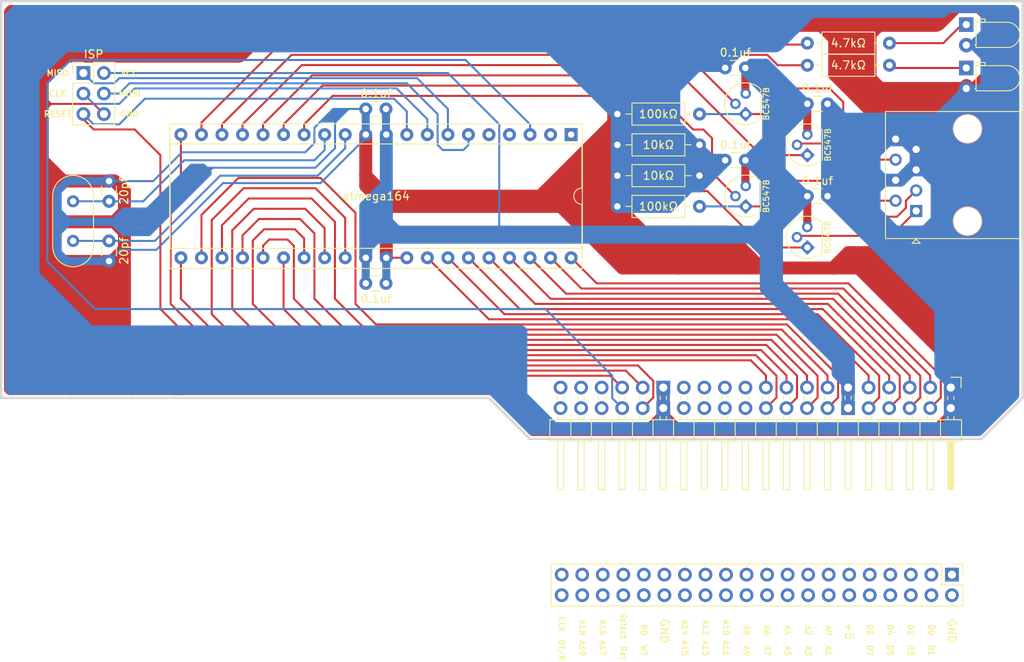
<source format=kicad_pcb>
(kicad_pcb (version 20171130) (host pcbnew "(5.1.10)-1")
  (layers (0 F.Cu signal) (31 B.Cu signal) (34 B.Paste user hide) (35 F.Paste user hide) (36 B.SilkS user) (37 F.SilkS user) (38 B.Mask user) (39 F.Mask user) (44 Edge.Cuts user))
  (net 0 "")
  (module Resistor_THT:R_Axial_DIN0207_L6.3mm_D2.5mm_P10.16mm_Horizontal (layer F.Cu) (at 435.48046 283.55798 180)
    (fp_text reference 10kΩ (at 5.08 0) (layer F.SilkS))
    (fp_text value R_Axial_DIN0207_L6.3mm_D2.5mm_P10.16mm_Horizontal)
    (pad 1 thru_hole circle (at 0 0 180) (size 1.6 1.6) (drill 0.8) (layers *.Cu *.Mask))
    (pad 2 thru_hole oval (at 10.16 0 180) (size 1.6 1.6) (drill 0.8) (layers *.Cu *.Mask))
  )
  (module Resistor_THT:R_Axial_DIN0207_L6.3mm_D2.5mm_P10.16mm_Horizontal (layer F.Cu) (at 435.48046 279.74798 180)
    (fp_text reference 10kΩ (at 5.08 0) (layer F.SilkS))
    (fp_text value R_Axial_DIN0207_L6.3mm_D2.5mm_P10.16mm_Horizontal)
    (pad 1 thru_hole circle (at 0 0 180) (size 1.6 1.6) (drill 0.8) (layers *.Cu *.Mask))
    (pad 2 thru_hole oval (at 10.16 0 180) (size 1.6 1.6) (drill 0.8) (layers *.Cu *.Mask))
  )
  (module Connector_PinHeader_2.54mm:PinHeader_2x20_P2.54mm_Vertical (layer F.Cu) (at 466.6996 332.9432 270)
    (fp_text reference " " (at 1.27 -3.81 90) (layer F.SilkS) (effects (font (thickness 0.2))))
    (fp_text value PinHeader_2x20_P2.54mm_Vertical)
    (pad 1 thru_hole rect (at 0 0 270) (size 1.7 1.7) (drill 1) (layers *.Cu *.Mask))
    (pad 2 thru_hole oval (at 2.54 0 270) (size 1.7 1.7) (drill 1) (layers *.Cu *.Mask))
    (pad 3 thru_hole oval (at 0 2.54 270) (size 1.7 1.7) (drill 1) (layers *.Cu *.Mask))
    (pad 4 thru_hole oval (at 2.54 2.54 270) (size 1.7 1.7) (drill 1) (layers *.Cu *.Mask))
    (pad 5 thru_hole oval (at 0 5.08 270) (size 1.7 1.7) (drill 1) (layers *.Cu *.Mask))
    (pad 6 thru_hole oval (at 2.54 5.08 270) (size 1.7 1.7) (drill 1) (layers *.Cu *.Mask))
    (pad 7 thru_hole oval (at 0 7.62 270) (size 1.7 1.7) (drill 1) (layers *.Cu *.Mask))
    (pad 8 thru_hole oval (at 2.54 7.62 270) (size 1.7 1.7) (drill 1) (layers *.Cu *.Mask))
    (pad 9 thru_hole oval (at 0 10.16 270) (size 1.7 1.7) (drill 1) (layers *.Cu *.Mask))
    (pad 10 thru_hole oval (at 2.54 10.16 270) (size 1.7 1.7) (drill 1) (layers *.Cu *.Mask))
    (pad 11 thru_hole oval (at 0 12.7 270) (size 1.7 1.7) (drill 1) (layers *.Cu *.Mask))
    (pad 12 thru_hole oval (at 2.54 12.7 270) (size 1.7 1.7) (drill 1) (layers *.Cu *.Mask))
    (pad 13 thru_hole oval (at 0 15.24 270) (size 1.7 1.7) (drill 1) (layers *.Cu *.Mask))
    (pad 14 thru_hole oval (at 2.54 15.24 270) (size 1.7 1.7) (drill 1) (layers *.Cu *.Mask))
    (pad 15 thru_hole oval (at 0 17.78 270) (size 1.7 1.7) (drill 1) (layers *.Cu *.Mask))
    (pad 16 thru_hole oval (at 2.54 17.78 270) (size 1.7 1.7) (drill 1) (layers *.Cu *.Mask))
    (pad 17 thru_hole oval (at 0 20.32 270) (size 1.7 1.7) (drill 1) (layers *.Cu *.Mask))
    (pad 18 thru_hole oval (at 2.54 20.32 270) (size 1.7 1.7) (drill 1) (layers *.Cu *.Mask))
    (pad 19 thru_hole oval (at 0 22.86 270) (size 1.7 1.7) (drill 1) (layers *.Cu *.Mask))
    (pad 20 thru_hole oval (at 2.54 22.86 270) (size 1.7 1.7) (drill 1) (layers *.Cu *.Mask))
    (pad 21 thru_hole oval (at 0 25.4 270) (size 1.7 1.7) (drill 1) (layers *.Cu *.Mask))
    (pad 22 thru_hole oval (at 2.54 25.4 270) (size 1.7 1.7) (drill 1) (layers *.Cu *.Mask))
    (pad 23 thru_hole oval (at 0 27.94 270) (size 1.7 1.7) (drill 1) (layers *.Cu *.Mask))
    (pad 24 thru_hole oval (at 2.54 27.94 270) (size 1.7 1.7) (drill 1) (layers *.Cu *.Mask))
    (pad 25 thru_hole oval (at 0 30.48 270) (size 1.7 1.7) (drill 1) (layers *.Cu *.Mask))
    (pad 26 thru_hole oval (at 2.54 30.48 270) (size 1.7 1.7) (drill 1) (layers *.Cu *.Mask))
    (pad 27 thru_hole oval (at 0 33.02 270) (size 1.7 1.7) (drill 1) (layers *.Cu *.Mask))
    (pad 28 thru_hole oval (at 2.54 33.02 270) (size 1.7 1.7) (drill 1) (layers *.Cu *.Mask))
    (pad 29 thru_hole oval (at 0 35.56 270) (size 1.7 1.7) (drill 1) (layers *.Cu *.Mask))
    (pad 30 thru_hole oval (at 2.54 35.56 270) (size 1.7 1.7) (drill 1) (layers *.Cu *.Mask))
    (pad 31 thru_hole oval (at 0 38.1 270) (size 1.7 1.7) (drill 1) (layers *.Cu *.Mask))
    (pad 32 thru_hole oval (at 2.54 38.1 270) (size 1.7 1.7) (drill 1) (layers *.Cu *.Mask))
    (pad 33 thru_hole oval (at 0 40.64 270) (size 1.7 1.7) (drill 1) (layers *.Cu *.Mask))
    (pad 34 thru_hole oval (at 2.54 40.64 270) (size 1.7 1.7) (drill 1) (layers *.Cu *.Mask))
    (pad 35 thru_hole oval (at 0 43.18 270) (size 1.7 1.7) (drill 1) (layers *.Cu *.Mask))
    (pad 36 thru_hole oval (at 2.54 43.18 270) (size 1.7 1.7) (drill 1) (layers *.Cu *.Mask))
    (pad 37 thru_hole oval (at 0 45.72 270) (size 1.7 1.7) (drill 1) (layers *.Cu *.Mask))
    (pad 38 thru_hole oval (at 2.54 45.72 270) (size 1.7 1.7) (drill 1) (layers *.Cu *.Mask))
    (pad 39 thru_hole oval (at 0 48.26 270) (size 1.7 1.7) (drill 1) (layers *.Cu *.Mask))
    (pad 40 thru_hole oval (at 2.54 48.26 270) (size 1.7 1.7) (drill 1) (layers *.Cu *.Mask))
  )
  (module LED_THT:LED_D3.0mm_Horizontal_O1.27mm_Z6.0mm (layer F.Cu) (at 468.47506 272.7706 90)
    (fp_text reference TX)
    (fp_text value LED_D3.0mm_Horizontal_O1.27mm_Z6.0mm)
    (pad 2 thru_hole circle (at 0 0 90) (size 1.8 1.8) (drill 0.9) (layers *.Cu *.Mask))
    (pad 1 thru_hole rect (at 2.54 0 90) (size 1.8 1.8) (drill 0.9) (layers *.Cu *.Mask))
  )
  (module Resistor_THT:R_Axial_DIN0207_L6.3mm_D2.5mm_P10.16mm_Horizontal (layer F.Cu) (at 458.97546 267.1572 180)
    (fp_text reference 4.7kΩ (at 5.08 0) (layer F.SilkS))
    (fp_text value R_Axial_DIN0207_L6.3mm_D2.5mm_P10.16mm_Horizontal)
    (pad 2 thru_hole oval (at 10.16 0 180) (size 1.6 1.6) (drill 0.8) (layers *.Cu *.Mask))
    (pad 1 thru_hole circle (at 0 0 180) (size 1.6 1.6) (drill 0.8) (layers *.Cu *.Mask))
  )
  (module Connector_PinHeader_2.54mm:PinHeader_2x03_P2.54mm_Vertical (layer F.Cu) (at 359.28046 270.85798)
    (fp_text reference ISP (at 1.27 -2.33) (layer F.SilkS))
    (fp_text value PinHeader_2x03_P2.54mm_Vertical)
    (pad 1 thru_hole rect (at 0 0) (size 1.7 1.7) (drill 1) (layers *.Cu *.Mask))
    (pad 2 thru_hole oval (at 2.54 0) (size 1.7 1.7) (drill 1) (layers *.Cu *.Mask))
    (pad 3 thru_hole oval (at 0 2.54) (size 1.7 1.7) (drill 1) (layers *.Cu *.Mask))
    (pad 4 thru_hole oval (at 2.54 2.54) (size 1.7 1.7) (drill 1) (layers *.Cu *.Mask))
    (pad 5 thru_hole oval (at 0 5.08) (size 1.7 1.7) (drill 1) (layers *.Cu *.Mask))
    (pad 6 thru_hole oval (at 2.54 5.08) (size 1.7 1.7) (drill 1) (layers *.Cu *.Mask))
  )
  (module Resistor_THT:R_Axial_DIN0207_L6.3mm_D2.5mm_P10.16mm_Horizontal (layer F.Cu) (at 458.97546 269.89278 180)
    (fp_text reference 4.7kΩ (at 5.08 0) (layer F.SilkS))
    (fp_text value R_Axial_DIN0207_L6.3mm_D2.5mm_P10.16mm_Horizontal)
    (pad 1 thru_hole circle (at 0 0 180) (size 1.6 1.6) (drill 0.8) (layers *.Cu *.Mask))
    (pad 2 thru_hole oval (at 10.16 0 180) (size 1.6 1.6) (drill 0.8) (layers *.Cu *.Mask))
  )
  (module Capacitor_THT:C_Disc_D3.0mm_W1.6mm_P2.50mm (layer F.Cu) (at 362.45546 286.73298 90)
    (fp_text reference 20pf (at 1.27 1.8542 90) (layer F.SilkS))
    (fp_text value C_Disc_D3.0mm_W1.6mm_P2.50mm)
    (pad 2 thru_hole circle (at 2.5 0 90) (size 1.6 1.6) (drill 0.8) (layers *.Cu *.Mask))
    (pad 1 thru_hole circle (at 0 0 90) (size 1.6 1.6) (drill 0.8) (layers *.Cu *.Mask))
  )
  (module Crystal:Crystal_HC18-U_Vertical (layer F.Cu) (at 358.01046 286.73298 270)
    (fp_text reference " " hide)
    (fp_text value Crystal_HC18-U_Vertical)
    (pad 2 thru_hole circle (at 4.9 0 270) (size 1.5 1.5) (drill 0.8) (layers *.Cu *.Mask))
    (pad 1 thru_hole circle (at 0 0 270) (size 1.5 1.5) (drill 0.8) (layers *.Cu *.Mask))
  )
  (module Capacitor_THT:C_Disc_D3.0mm_W1.6mm_P2.50mm (layer F.Cu) (at 362.45546 294.13518 90)
    (fp_text reference 20pf (at 1.27 1.8542 90) (layer F.SilkS))
    (fp_text value C_Disc_D3.0mm_W1.6mm_P2.50mm)
    (pad 1 thru_hole circle (at 0 0 90) (size 1.6 1.6) (drill 0.8) (layers *.Cu *.Mask))
    (pad 2 thru_hole circle (at 2.5 0 90) (size 1.6 1.6) (drill 0.8) (layers *.Cu *.Mask))
  )
  (module Capacitor_THT:C_Disc_D3.0mm_W1.6mm_P2.50mm (layer F.Cu) (at 448.81546 286.09798)
    (fp_text reference 0.1uf (at 1.27 -1.905 unlocked) (layer F.SilkS))
    (fp_text value C_Disc_D3.0mm_W1.6mm_P2.50mm)
    (pad 1 thru_hole circle (at 0 0) (size 1.6 1.6) (drill 0.8) (layers *.Cu *.Mask))
    (pad 2 thru_hole circle (at 2.5 0) (size 1.6 1.6) (drill 0.8) (layers *.Cu *.Mask))
  )
  (module Capacitor_THT:C_Disc_D3.0mm_W1.6mm_P2.50mm (layer F.Cu) (at 394.20546 275.30298)
    (fp_text reference 0.1uf (at 1.27 -1.905 unlocked) (layer F.SilkS))
    (fp_text value C_Disc_D3.0mm_W1.6mm_P2.50mm)
    (pad 1 thru_hole circle (at 0 0) (size 1.6 1.6) (drill 0.8) (layers *.Cu *.Mask))
    (pad 2 thru_hole circle (at 2.5 0) (size 1.6 1.6) (drill 0.8) (layers *.Cu *.Mask))
  )
  (module Capacitor_THT:C_Disc_D3.0mm_W1.6mm_P2.50mm (layer F.Cu) (at 394.20546 296.89298)
    (fp_text reference 0.1uf (at 1.27 1.905 unlocked) (layer F.SilkS))
    (fp_text value C_Disc_D3.0mm_W1.6mm_P2.50mm)
    (pad 1 thru_hole circle (at 0 0) (size 1.6 1.6) (drill 0.8) (layers *.Cu *.Mask))
    (pad 2 thru_hole circle (at 2.5 0) (size 1.6 1.6) (drill 0.8) (layers *.Cu *.Mask))
  )
  (module LED_THT:LED_D3.0mm_Horizontal_O1.27mm_Z6.0mm (layer F.Cu) (at 468.47506 267.40358 90)
    (fp_text reference RX)
    (fp_text value LED_D3.0mm_Horizontal_O1.27mm_Z6.0mm)
    (pad 2 thru_hole circle (at 0 0 90) (size 1.8 1.8) (drill 0.9) (layers *.Cu *.Mask))
    (pad 1 thru_hole rect (at 2.54 0 90) (size 1.8 1.8) (drill 0.9) (layers *.Cu *.Mask))
  )
  (module Connector_PinHeader_2.54mm:PinHeader_2x20_P2.54mm_Horizontal (layer F.Cu) (at 466.5599 309.78602 270)
    (fp_text reference "20pin conn." hide)
    (fp_text value PinHeader_2x20_P2.54mm_Horizontal)
    (pad 40 thru_hole oval (at 2.54 48.26 270) (size 1.7 1.7) (drill 1) (layers *.Cu *.Mask))
    (pad 39 thru_hole oval (at 0 48.26 270) (size 1.7 1.7) (drill 1) (layers *.Cu *.Mask))
    (pad 38 thru_hole oval (at 2.54 45.72 270) (size 1.7 1.7) (drill 1) (layers *.Cu *.Mask))
    (pad 37 thru_hole oval (at 0 45.72 270) (size 1.7 1.7) (drill 1) (layers *.Cu *.Mask))
    (pad 36 thru_hole oval (at 2.54 43.18 270) (size 1.7 1.7) (drill 1) (layers *.Cu *.Mask))
    (pad 35 thru_hole oval (at 0 43.18 270) (size 1.7 1.7) (drill 1) (layers *.Cu *.Mask))
    (pad 34 thru_hole oval (at 2.54 40.64 270) (size 1.7 1.7) (drill 1) (layers *.Cu *.Mask))
    (pad 33 thru_hole oval (at 0 40.64 270) (size 1.7 1.7) (drill 1) (layers *.Cu *.Mask))
    (pad 32 thru_hole oval (at 2.54 38.1 270) (size 1.7 1.7) (drill 1) (layers *.Cu *.Mask))
    (pad 31 thru_hole oval (at 0 38.1 270) (size 1.7 1.7) (drill 1) (layers *.Cu *.Mask))
    (pad 30 thru_hole rect (at 2.54 35.56 270) (size 1.7 1.7) (drill 1) (layers *.Cu *.Mask))
    (pad 29 thru_hole rect (at 0 35.56 270) (size 1.7 1.7) (drill 1) (layers *.Cu *.Mask))
    (pad 28 thru_hole oval (at 2.54 33.02 270) (size 1.7 1.7) (drill 1) (layers *.Cu *.Mask))
    (pad 27 thru_hole oval (at 0 33.02 270) (size 1.7 1.7) (drill 1) (layers *.Cu *.Mask))
    (pad 26 thru_hole oval (at 2.54 30.48 270) (size 1.7 1.7) (drill 1) (layers *.Cu *.Mask))
    (pad 25 thru_hole oval (at 0 30.48 270) (size 1.7 1.7) (drill 1) (layers *.Cu *.Mask))
    (pad 24 thru_hole oval (at 2.54 27.94 270) (size 1.7 1.7) (drill 1) (layers *.Cu *.Mask))
    (pad 23 thru_hole oval (at 0 27.94 270) (size 1.7 1.7) (drill 1) (layers *.Cu *.Mask))
    (pad 22 thru_hole oval (at 2.54 25.4 270) (size 1.7 1.7) (drill 1) (layers *.Cu *.Mask))
    (pad 21 thru_hole oval (at 0 25.4 270) (size 1.7 1.7) (drill 1) (layers *.Cu *.Mask))
    (pad 20 thru_hole oval (at 2.54 22.86 270) (size 1.7 1.7) (drill 1) (layers *.Cu *.Mask))
    (pad 19 thru_hole oval (at 0 22.86 270) (size 1.7 1.7) (drill 1) (layers *.Cu *.Mask))
    (pad 18 thru_hole oval (at 2.54 20.32 270) (size 1.7 1.7) (drill 1) (layers *.Cu *.Mask))
    (pad 17 thru_hole oval (at 0 20.32 270) (size 1.7 1.7) (drill 1) (layers *.Cu *.Mask))
    (pad 16 thru_hole oval (at 2.54 17.78 270) (size 1.7 1.7) (drill 1) (layers *.Cu *.Mask))
    (pad 15 thru_hole oval (at 0 17.78 270) (size 1.7 1.7) (drill 1) (layers *.Cu *.Mask))
    (pad 14 thru_hole oval (at 2.54 15.24 270) (size 1.7 1.7) (drill 1) (layers *.Cu *.Mask))
    (pad 13 thru_hole oval (at 0 15.24 270) (size 1.7 1.7) (drill 1) (layers *.Cu *.Mask))
    (pad 12 thru_hole rect (at 2.54 12.7 270) (size 1.7 1.7) (drill 1) (layers *.Cu *.Mask))
    (pad 11 thru_hole rect (at 0 12.7 270) (size 1.7 1.7) (drill 1) (layers *.Cu *.Mask))
    (pad 10 thru_hole oval (at 2.54 10.16 270) (size 1.7 1.7) (drill 1) (layers *.Cu *.Mask))
    (pad 9 thru_hole oval (at 0 10.16 270) (size 1.7 1.7) (drill 1) (layers *.Cu *.Mask))
    (pad 8 thru_hole oval (at 2.54 7.62 270) (size 1.7 1.7) (drill 1) (layers *.Cu *.Mask))
    (pad 7 thru_hole oval (at 0 7.62 270) (size 1.7 1.7) (drill 1) (layers *.Cu *.Mask))
    (pad 6 thru_hole oval (at 2.54 5.08 270) (size 1.7 1.7) (drill 1) (layers *.Cu *.Mask))
    (pad 5 thru_hole oval (at 0 5.08 270) (size 1.7 1.7) (drill 1) (layers *.Cu *.Mask))
    (pad 4 thru_hole oval (at 2.54 2.54 270) (size 1.7 1.7) (drill 1) (layers *.Cu *.Mask))
    (pad 3 thru_hole oval (at 0 2.54 270) (size 1.7 1.7) (drill 1) (layers *.Cu *.Mask))
    (pad 2 thru_hole rect (at 2.54 0 270) (size 1.7 1.7) (drill 1) (layers *.Cu *.Mask))
    (pad 1 thru_hole rect (at 0 0 270) (size 1.7 1.7) (drill 1) (layers *.Cu *.Mask))
  )
  (module Package_DIP:DIP-40_W15.24mm_Socket (layer F.Cu) (at 419.60546 278.47798 270)
    (fp_text reference atmega164 (at 7.62 24.13) (layer F.SilkS))
    (fp_text value DIP-40_W15.24mm_Socket)
    (pad 1 thru_hole rect (at 0 0 270) (size 1.6 1.6) (drill 0.8) (layers *.Cu *.Mask))
    (pad 21 thru_hole oval (at 15.24 48.26 270) (size 1.6 1.6) (drill 0.8) (layers *.Cu *.Mask))
    (pad 2 thru_hole oval (at 0 2.54 270) (size 1.6 1.6) (drill 0.8) (layers *.Cu *.Mask))
    (pad 22 thru_hole oval (at 15.24 45.72 270) (size 1.6 1.6) (drill 0.8) (layers *.Cu *.Mask))
    (pad 3 thru_hole oval (at 0 5.08 270) (size 1.6 1.6) (drill 0.8) (layers *.Cu *.Mask))
    (pad 23 thru_hole oval (at 15.24 43.18 270) (size 1.6 1.6) (drill 0.8) (layers *.Cu *.Mask))
    (pad 4 thru_hole oval (at 0 7.62 270) (size 1.6 1.6) (drill 0.8) (layers *.Cu *.Mask))
    (pad 24 thru_hole oval (at 15.24 40.64 270) (size 1.6 1.6) (drill 0.8) (layers *.Cu *.Mask))
    (pad 5 thru_hole oval (at 0 10.16 270) (size 1.6 1.6) (drill 0.8) (layers *.Cu *.Mask))
    (pad 25 thru_hole oval (at 15.24 38.1 270) (size 1.6 1.6) (drill 0.8) (layers *.Cu *.Mask))
    (pad 6 thru_hole oval (at 0 12.7 270) (size 1.6 1.6) (drill 0.8) (layers *.Cu *.Mask))
    (pad 26 thru_hole oval (at 15.24 35.56 270) (size 1.6 1.6) (drill 0.8) (layers *.Cu *.Mask))
    (pad 7 thru_hole oval (at 0 15.24 270) (size 1.6 1.6) (drill 0.8) (layers *.Cu *.Mask))
    (pad 27 thru_hole oval (at 15.24 33.02 270) (size 1.6 1.6) (drill 0.8) (layers *.Cu *.Mask))
    (pad 8 thru_hole oval (at 0 17.78 270) (size 1.6 1.6) (drill 0.8) (layers *.Cu *.Mask))
    (pad 28 thru_hole oval (at 15.24 30.48 270) (size 1.6 1.6) (drill 0.8) (layers *.Cu *.Mask))
    (pad 9 thru_hole oval (at 0 20.32 270) (size 1.6 1.6) (drill 0.8) (layers *.Cu *.Mask))
    (pad 29 thru_hole oval (at 15.24 27.94 270) (size 1.6 1.6) (drill 0.8) (layers *.Cu *.Mask))
    (pad 10 thru_hole oval (at 0 22.86 270) (size 1.6 1.6) (drill 0.8) (layers *.Cu *.Mask))
    (pad 30 thru_hole oval (at 15.24 25.4 270) (size 1.6 1.6) (drill 0.8) (layers *.Cu *.Mask))
    (pad 11 thru_hole oval (at 0 25.4 270) (size 1.6 1.6) (drill 0.8) (layers *.Cu *.Mask))
    (pad 31 thru_hole oval (at 15.24 22.86 270) (size 1.6 1.6) (drill 0.8) (layers *.Cu *.Mask))
    (pad 12 thru_hole oval (at 0 27.94 270) (size 1.6 1.6) (drill 0.8) (layers *.Cu *.Mask))
    (pad 32 thru_hole oval (at 15.24 20.32 270) (size 1.6 1.6) (drill 0.8) (layers *.Cu *.Mask))
    (pad 13 thru_hole oval (at 0 30.48 270) (size 1.6 1.6) (drill 0.8) (layers *.Cu *.Mask))
    (pad 33 thru_hole oval (at 15.24 17.78 270) (size 1.6 1.6) (drill 0.8) (layers *.Cu *.Mask))
    (pad 14 thru_hole oval (at 0 33.02 270) (size 1.6 1.6) (drill 0.8) (layers *.Cu *.Mask))
    (pad 34 thru_hole oval (at 15.24 15.24 270) (size 1.6 1.6) (drill 0.8) (layers *.Cu *.Mask))
    (pad 15 thru_hole oval (at 0 35.56 270) (size 1.6 1.6) (drill 0.8) (layers *.Cu *.Mask))
    (pad 35 thru_hole oval (at 15.24 12.7 270) (size 1.6 1.6) (drill 0.8) (layers *.Cu *.Mask))
    (pad 16 thru_hole oval (at 0 38.1 270) (size 1.6 1.6) (drill 0.8) (layers *.Cu *.Mask))
    (pad 36 thru_hole oval (at 15.24 10.16 270) (size 1.6 1.6) (drill 0.8) (layers *.Cu *.Mask))
    (pad 17 thru_hole oval (at 0 40.64 270) (size 1.6 1.6) (drill 0.8) (layers *.Cu *.Mask))
    (pad 37 thru_hole oval (at 15.24 7.62 270) (size 1.6 1.6) (drill 0.8) (layers *.Cu *.Mask))
    (pad 18 thru_hole oval (at 0 43.18 270) (size 1.6 1.6) (drill 0.8) (layers *.Cu *.Mask))
    (pad 38 thru_hole oval (at 15.24 5.08 270) (size 1.6 1.6) (drill 0.8) (layers *.Cu *.Mask))
    (pad 19 thru_hole oval (at 0 45.72 270) (size 1.6 1.6) (drill 0.8) (layers *.Cu *.Mask))
    (pad 39 thru_hole oval (at 15.24 2.54 270) (size 1.6 1.6) (drill 0.8) (layers *.Cu *.Mask))
    (pad 20 thru_hole oval (at 0 48.26 270) (size 1.6 1.6) (drill 0.8) (layers *.Cu *.Mask))
    (pad 40 thru_hole oval (at 15.24 0 270) (size 1.6 1.6) (drill 0.8) (layers *.Cu *.Mask))
  )
  (module Connector_RJ:RJ45_OST_PJ012-8P8CX_Vertical (layer F.Cu) (at 462.27746 287.92678 90)
    (fp_text reference RJ45)
    (fp_text value RJ45_OST_PJ012-8P8CX_Vertical)
    (pad "" np_thru_hole circle (at 10.16 6.35 90) (size 3.65 3.65) (drill 3.45) (layers *.Cu *.SilkS *.Mask))
    (pad "" np_thru_hole circle (at -1.27 6.35 90) (size 3.65 3.65) (drill 3.45) (layers *.Cu *.SilkS *.Mask))
    (pad 1 thru_hole rect (at 0 0 90) (size 1.5 1.5) (drill 0.9) (layers *.Cu *.Mask))
    (pad 2 thru_hole circle (at 1.27 -2.54 90) (size 1.5 1.5) (drill 0.9) (layers *.Cu *.Mask))
    (pad 3 thru_hole circle (at 2.54 0 90) (size 1.5 1.5) (drill 0.9) (layers *.Cu *.Mask))
    (pad 4 thru_hole circle (at 3.81 -2.54 90) (size 1.5 1.5) (drill 0.9) (layers *.Cu *.Mask))
    (pad 5 thru_hole circle (at 5.08 0 90) (size 1.5 1.5) (drill 0.9) (layers *.Cu *.Mask))
    (pad 6 thru_hole circle (at 6.35 -2.54 90) (size 1.5 1.5) (drill 0.9) (layers *.Cu *.Mask))
    (pad 7 thru_hole circle (at 7.62 0 90) (size 1.5 1.5) (drill 0.9) (layers *.Cu *.Mask))
    (pad 8 thru_hole circle (at 8.89 -2.54 90) (size 1.5 1.5) (drill 0.9) (layers *.Cu *.Mask))
  )
  (module Package_TO_SOT_THT:TO-92 (layer F.Cu) (at 441.19546 275.93798 90)
    (fp_text reference BC547B (at 1.27 2.54 90) (layer F.SilkS) (effects (font (size 0.7 0.7) (thickness 0.125))))
    (fp_text value TO-92)
    (pad 2 thru_hole circle (at 1.27 -1.27 90) (size 1.3 1.3) (drill 0.75) (layers *.Cu *.Mask))
    (pad 3 thru_hole circle (at 2.54 0 90) (size 1.3 1.3) (drill 0.75) (layers *.Cu *.Mask))
    (pad 1 thru_hole rect (at 0 0 135) (size 1.3 1.3) (drill 0.75) (layers *.Cu *.Mask))
  )
  (module Package_TO_SOT_THT:TO-92 (layer F.Cu) (at 448.81546 281.01798 90)
    (fp_text reference BC547B (at 1.27 2.54 90) (layer F.SilkS) (effects (font (size 0.7 0.7) (thickness 0.125))))
    (fp_text value TO-92)
    (pad 1 thru_hole rect (at 0 0 135) (size 1.3 1.3) (drill 0.75) (layers *.Cu *.Mask))
    (pad 3 thru_hole circle (at 2.54 0 90) (size 1.3 1.3) (drill 0.75) (layers *.Cu *.Mask))
    (pad 2 thru_hole circle (at 1.27 -1.27 90) (size 1.3 1.3) (drill 0.75) (layers *.Cu *.Mask))
  )
  (module Package_TO_SOT_THT:TO-92 (layer F.Cu) (at 448.81546 292.44798 90)
    (fp_text reference BC547B (at 1.27 2.54 90) (layer F.SilkS) (effects (font (size 0.7 0.7) (thickness 0.125))))
    (fp_text value TO-92)
    (pad 1 thru_hole rect (at 0 0 135) (size 1.3 1.3) (drill 0.75) (layers *.Cu *.Mask))
    (pad 3 thru_hole circle (at 2.54 0 90) (size 1.3 1.3) (drill 0.75) (layers *.Cu *.Mask))
    (pad 2 thru_hole circle (at 1.27 -1.27 90) (size 1.3 1.3) (drill 0.75) (layers *.Cu *.Mask))
  )
  (module Package_TO_SOT_THT:TO-92 (layer F.Cu) (at 441.19546 287.36798 90)
    (fp_text reference BC547B (at 1.27 2.54 90) (layer F.SilkS) (effects (font (size 0.7 0.7) (thickness 0.125))))
    (fp_text value TO-92)
    (pad 2 thru_hole circle (at 1.27 -1.27 90) (size 1.3 1.3) (drill 0.75) (layers *.Cu *.Mask))
    (pad 3 thru_hole circle (at 2.54 0 90) (size 1.3 1.3) (drill 0.75) (layers *.Cu *.Mask))
    (pad 1 thru_hole rect (at 0 0 135) (size 1.3 1.3) (drill 0.75) (layers *.Cu *.Mask))
  )
  (module Resistor_THT:R_Axial_DIN0207_L6.3mm_D2.5mm_P10.16mm_Horizontal (layer F.Cu) (at 435.48046 275.93798 180)
    (fp_text reference 100kΩ (at 5.08 0) (layer F.SilkS))
    (fp_text value R_Axial_DIN0207_L6.3mm_D2.5mm_P10.16mm_Horizontal)
    (pad 2 thru_hole oval (at 10.16 0 180) (size 1.6 1.6) (drill 0.8) (layers *.Cu *.Mask))
    (pad 1 thru_hole circle (at 0 0 180) (size 1.6 1.6) (drill 0.8) (layers *.Cu *.Mask))
  )
  (module Resistor_THT:R_Axial_DIN0207_L6.3mm_D2.5mm_P10.16mm_Horizontal (layer F.Cu) (at 435.48046 287.36798 180)
    (fp_text reference 100kΩ (at 5.08 0) (layer F.SilkS))
    (fp_text value R_Axial_DIN0207_L6.3mm_D2.5mm_P10.16mm_Horizontal)
    (pad 2 thru_hole oval (at 10.16 0 180) (size 1.6 1.6) (drill 0.8) (layers *.Cu *.Mask))
    (pad 1 thru_hole circle (at 0 0 180) (size 1.6 1.6) (drill 0.8) (layers *.Cu *.Mask))
  )
  (module Capacitor_THT:C_Disc_D3.0mm_W1.6mm_P2.50mm (layer F.Cu) (at 438.65546 270.22298)
    (fp_text reference 0.1uf (at 1.27 -1.905 unlocked) (layer F.SilkS))
    (fp_text value C_Disc_D3.0mm_W1.6mm_P2.50mm)
    (pad 1 thru_hole circle (at 0 0) (size 1.6 1.6) (drill 0.8) (layers *.Cu *.Mask))
    (pad 2 thru_hole circle (at 2.5 0) (size 1.6 1.6) (drill 0.8) (layers *.Cu *.Mask))
  )
  (module Capacitor_THT:C_Disc_D3.0mm_W1.6mm_P2.50mm (layer F.Cu) (at 438.65546 281.65298)
    (fp_text reference 0.1uf (at 1.27 -1.905 unlocked) (layer F.SilkS))
    (fp_text value C_Disc_D3.0mm_W1.6mm_P2.50mm)
    (pad 2 thru_hole circle (at 2.5 0) (size 1.6 1.6) (drill 0.8) (layers *.Cu *.Mask))
    (pad 1 thru_hole circle (at 0 0) (size 1.6 1.6) (drill 0.8) (layers *.Cu *.Mask))
  )
  (module Capacitor_THT:C_Disc_D3.0mm_W1.6mm_P2.50mm (layer F.Cu) (at 448.81546 274.66798)
    (fp_text reference 0.1uf (at 1.27 -1.905 unlocked) (layer F.SilkS))
    (fp_text value C_Disc_D3.0mm_W1.6mm_P2.50mm)
    (pad 2 thru_hole circle (at 2.5 0) (size 1.6 1.6) (drill 0.8) (layers *.Cu *.Mask))
    (pad 1 thru_hole circle (at 0 0) (size 1.6 1.6) (drill 0.8) (layers *.Cu *.Mask))
  )
  (gr_text Select (at 426.0596 340.995 270) (layer F.SilkS) (effects (font (size 0.7 0.7)) (justify right)))
  (gr_text A17 (at 423.5196 343.1032 270) (layer F.SilkS) (effects (font (size 0.7 0.7)) (justify right)))
  (gr_text A16 (at 423.5196 340.5632 270) (layer F.SilkS) (effects (font (size 0.7 0.7)) (justify right)))
  (gr_text A19 (at 420.9796 343.1032 270) (layer F.SilkS) (effects (font (size 0.7 0.7)) (justify right)))
  (gr_text A18 (at 420.9796 340.5632 270) (layer F.SilkS) (effects (font (size 0.7 0.7)) (justify right)))
  (gr_text DT/R (at 418.4396 343.7382 270) (layer F.SilkS) (effects (font (size 0.7 0.7)) (justify right)))
  (gr_text CLK (at 418.4396 340.1822 270) (layer F.SilkS) (effects (font (size 0.7 0.7)) (justify right)))
  (gr_text WT (at 428.5996 343.1032 270) (layer F.SilkS) (effects (font (size 0.7 0.7)) (justify right)))
  (gr_text A14 (at 433.6796 340.5632 270) (layer F.SilkS) (effects (font (size 0.7 0.7)) (justify right)))
  (gr_text A15 (at 433.6796 343.1032 270) (layer F.SilkS) (effects (font (size 0.7 0.7)) (justify right)))
  (gr_text A13 (at 436.2196 343.1032 270) (layer F.SilkS) (effects (font (size 0.7 0.7)) (justify right)))
  (gr_text A12 (at 436.2196 340.5632 270) (layer F.SilkS) (effects (font (size 0.7 0.7)) (justify right)))
  (gr_text A9 (at 441.2996 343.1032 270) (layer F.SilkS) (effects (font (size 0.7 0.7)) (justify right)))
  (gr_text A10 (at 438.7596 340.5632 270) (layer F.SilkS) (effects (font (size 0.7 0.7)) (justify right)))
  (gr_text A11 (at 438.7596 343.1032 270) (layer F.SilkS) (effects (font (size 0.7 0.7)) (justify right)))
  (gr_text A8 (at 441.2996 340.5632 270) (layer F.SilkS) (effects (font (size 0.7 0.7)) (justify right)))
  (gr_text A6 (at 443.8396 340.5632 270) (layer F.SilkS) (effects (font (size 0.7 0.7)) (justify right)))
  (gr_text A7 (at 443.8396 343.1032 270) (layer F.SilkS) (effects (font (size 0.7 0.7)) (justify right)))
  (gr_text A5 (at 446.3796 343.1032 270) (layer F.SilkS) (effects (font (size 0.7 0.7)) (justify right)))
  (gr_text A4 (at 446.3796 340.5632 270) (layer F.SilkS) (effects (font (size 0.7 0.7)) (justify right)))
  (gr_text A2 (at 448.9196 340.5632 270) (layer F.SilkS) (effects (font (size 0.7 0.7)) (justify right)))
  (gr_text A3 (at 448.9196 343.1032 270) (layer F.SilkS) (effects (font (size 0.7 0.7)) (justify right)))
  (gr_text A1 (at 451.4596 343.1032 270) (layer F.SilkS) (effects (font (size 0.7 0.7)) (justify right)))
  (gr_text A0 (at 451.4596 340.5632 270) (layer F.SilkS) (effects (font (size 0.7 0.7)) (justify right)))
  (gr_text D5 (at 459.0796 343.1032 270) (layer F.SilkS) (effects (font (size 0.7 0.7)) (justify right)))
  (gr_text D6 (at 456.5396 340.5632 270) (layer F.SilkS) (effects (font (size 0.7 0.7)) (justify right)))
  (gr_text D7 (at 456.5396 343.1032 270) (layer F.SilkS) (effects (font (size 0.7 0.7)) (justify right)))
  (gr_text D4 (at 459.0796 340.5632 270) (layer F.SilkS) (effects (font (size 0.7 0.7)) (justify right)))
  (gr_text GND (at 466.6996 339.9282 270) (layer F.SilkS) (effects (font (size 1 1))))
  (gr_text +5 (at 453.9996 339.9282 270) (layer F.SilkS) (effects (font (size 1 1))))
  (gr_text GND (at 431.1396 339.9282 270) (layer F.SilkS) (effects (font (size 1 1))))
  (gr_text D2 (at 461.6196 340.5632 270) (layer F.SilkS) (effects (font (size 0.7 0.7)) (justify right)))
  (gr_text D3 (at 461.6196 343.1032 270) (layer F.SilkS) (effects (font (size 0.7 0.7)) (justify right)))
  (gr_text Rst (at 426.0596 343.535 270) (layer F.SilkS) (effects (font (size 0.7 0.7)) (justify right)))
  (gr_text D1 (at 464.1596 343.1032 270) (layer F.SilkS) (effects (font (size 0.7 0.7)) (justify right)))
  (gr_text RD (at 428.5996 340.5632 270) (layer F.SilkS) (effects (font (size 0.7 0.7)) (justify right)))
  (gr_text D0 (at 464.1596 340.5632 270) (layer F.SilkS) (effects (font (size 0.7 0.7)) (justify right)))
  (gr_line (start 475.4499 311.05602) (end 475.4499 261.96798) (layer Edge.Cuts) (width 0.3))
  (gr_line (start 470.3699 316.13602) (end 475.4499 311.05602) (layer Edge.Cuts) (width 0.3))
  (gr_line (start 414.4899 316.13602) (end 409.4099 311.05602) (layer Edge.Cuts) (width 0.3))
  (gr_line (start 349.12046 311.05602) (end 349.12046 261.96798) (layer Edge.Cuts) (width 0.3))
  (gr_line (start 409.4099 311.05602) (end 349.12046 311.05602) (layer Edge.Cuts) (width 0.3))
  (gr_line (start 414.4899 316.13602) (end 470.3699 316.13602) (layer Edge.Cuts) (width 0.3))
  (gr_line (start 349.12046 261.96798) (end 475.4499 261.96798) (layer Edge.Cuts) (width 0.3))
  (gr_text MOSI (at 364.99546 273.39798) (layer F.SilkS) (effects (font (size 0.75 0.75))))
  (gr_text GND (at 364.99546 275.93798) (layer F.SilkS) (effects (font (size 0.75 0.75))))
  (gr_text MISO (at 356.10546 270.85798) (layer F.SilkS) (effects (font (size 0.75 0.75))))
  (gr_text CLK (at 356.10546 273.39798) (layer F.SilkS) (effects (font (size 0.75 0.75))))
  (gr_text RESET (at 356.10546 275.93798) (layer F.SilkS) (effects (font (size 0.75 0.75))))
  (gr_text VCC (at 364.99546 270.85798) (layer F.SilkS) (effects (font (size 0.75 0.75))))
  (segment (start 409.44546 301.33798) (end 401.82546 293.71798) (width 0.25) (layer F.Cu) (net 0))
  (segment (start 450.72046 300.06798) (end 413.25546 300.06798) (width 0.25) (layer F.Cu) (net 0))
  (segment (start 456.3999 308.28742) (end 449.45046 301.33798) (width 0.25) (layer F.Cu) (net 0))
  (segment (start 458.9399 308.28742) (end 450.72046 300.06798) (width 0.25) (layer F.Cu) (net 0))
  (segment (start 456.3999 309.78602) (end 456.3999 308.28742) (width 0.25) (layer F.Cu) (net 0))
  (segment (start 404.36546 293.71798) (end 411.35046 300.70298) (width 0.25) (layer F.Cu) (net 0))
  (segment (start 411.35046 300.70298) (end 450.08546 300.70298) (width 0.25) (layer F.Cu) (net 0))
  (segment (start 457.70546 308.32298) (end 457.70546 311.02046) (width 0.25) (layer F.Cu) (net 0))
  (segment (start 457.70546 311.02046) (end 456.3999 312.32602) (width 0.25) (layer F.Cu) (net 0))
  (segment (start 458.9399 309.78602) (end 458.9399 308.28742) (width 0.25) (layer F.Cu) (net 0))
  (segment (start 449.45046 301.33798) (end 409.44546 301.33798) (width 0.25) (layer F.Cu) (net 0))
  (segment (start 460.24546 311.02046) (end 460.24546 308.32298) (width 0.25) (layer F.Cu) (net 0))
  (segment (start 451.35546 299.43298) (end 415.16046 299.43298) (width 0.25) (layer F.Cu) (net 0))
  (segment (start 460.24546 308.32298) (end 451.35546 299.43298) (width 0.25) (layer F.Cu) (net 0))
  (segment (start 458.9399 312.32602) (end 460.24546 311.02046) (width 0.25) (layer F.Cu) (net 0))
  (segment (start 450.08546 300.70298) (end 457.70546 308.32298) (width 0.25) (layer F.Cu) (net 0))
  (segment (start 413.25546 300.06798) (end 406.90546 293.71798) (width 0.25) (layer F.Cu) (net 0))
  (segment (start 415.16046 299.43298) (end 409.44546 293.71798) (width 0.25) (layer F.Cu) (net 0))
  (segment (start 461.4799 309.78602) (end 461.4799 308.28742) (width 0.25) (layer F.Cu) (net 0))
  (segment (start 461.4799 308.28742) (end 451.99046 298.79798) (width 0.25) (layer F.Cu) (net 0))
  (segment (start 451.99046 298.79798) (end 417.06546 298.79798) (width 0.25) (layer F.Cu) (net 0))
  (segment (start 417.06546 298.79798) (end 411.98546 293.71798) (width 0.25) (layer F.Cu) (net 0))
  (segment (start 461.4799 312.32602) (end 462.78546 311.02046) (width 0.25) (layer F.Cu) (net 0))
  (segment (start 462.78546 311.02046) (end 462.78546 308.32298) (width 0.25) (layer F.Cu) (net 0))
  (segment (start 462.78546 308.32298) (end 452.62546 298.16298) (width 0.25) (layer F.Cu) (net 0))
  (segment (start 452.62546 298.16298) (end 418.97046 298.16298) (width 0.25) (layer F.Cu) (net 0))
  (segment (start 418.97046 298.16298) (end 414.52546 293.71798) (width 0.25) (layer F.Cu) (net 0))
  (segment (start 464.0199 309.78602) (end 464.0199 308.28742) (width 0.25) (layer F.Cu) (net 0))
  (segment (start 464.0199 308.28742) (end 453.26046 297.52798) (width 0.25) (layer F.Cu) (net 0))
  (segment (start 453.26046 297.52798) (end 420.87546 297.52798) (width 0.25) (layer F.Cu) (net 0))
  (segment (start 420.87546 297.52798) (end 417.06546 293.71798) (width 0.25) (layer F.Cu) (net 0))
  (segment (start 464.0199 312.32602) (end 465.32546 311.02046) (width 0.25) (layer F.Cu) (net 0))
  (segment (start 465.32546 311.02046) (end 465.32546 308.32298) (width 0.25) (layer F.Cu) (net 0))
  (segment (start 465.32546 308.32298) (end 453.89546 296.89298) (width 0.25) (layer F.Cu) (net 0))
  (segment (start 453.89546 296.89298) (end 422.78046 296.89298) (width 0.25) (layer F.Cu) (net 0))
  (segment (start 422.78046 296.89298) (end 419.60546 293.71798) (width 0.25) (layer F.Cu) (net 0))
  (segment (start 432.61849 314.98601) (end 465.00349 314.98601) (width 1.6) (layer F.Cu) (net 0))
  (segment (start 446.2399 312.32602) (end 447.54546 311.02046) (width 0.25) (layer F.Cu) (net 0))
  (segment (start 447.54546 311.02046) (end 447.54546 308.32298) (width 0.25) (layer F.Cu) (net 0))
  (segment (start 447.54546 308.32298) (end 443.73546 304.51298) (width 0.25) (layer F.Cu) (net 0))
  (segment (start 443.73546 304.51298) (end 388.49046 304.51298) (width 0.25) (layer F.Cu) (net 0))
  (segment (start 388.49046 304.51298) (end 384.04546 300.06798) (width 0.25) (layer F.Cu) (net 0))
  (segment (start 384.04546 300.06798) (end 384.04546 293.71798) (width 0.25) (layer F.Cu) (net 0))
  (segment (start 425.9199 309.78602) (end 424.45686 308.32298) (width 0.25) (layer F.Cu) (net 0))
  (segment (start 424.45686 308.32298) (end 377.06046 308.32298) (width 0.25) (layer F.Cu) (net 0))
  (segment (start 377.06046 308.32298) (end 368.80546 300.06798) (width 0.25) (layer F.Cu) (net 0))
  (segment (start 368.80546 300.06798) (end 368.80546 281.01798) (width 0.25) (layer F.Cu) (net 0))
  (segment (start 368.80546 281.01798) (end 365.63046 277.84298) (width 0.25) (layer F.Cu) (net 0))
  (segment (start 365.63046 277.84298) (end 360.55046 277.84298) (width 0.25) (layer F.Cu) (net 0))
  (segment (start 360.55046 277.84298) (end 359.28046 276.57298) (width 0.25) (layer F.Cu) (net 0))
  (segment (start 359.28046 276.57298) (end 359.28046 275.93798) (width 0.25) (layer F.Cu) (net 0))
  (segment (start 428.4599 309.78602) (end 426.36186 307.68798) (width 0.25) (layer F.Cu) (net 0))
  (segment (start 426.36186 307.68798) (end 378.33046 307.68798) (width 0.25) (layer F.Cu) (net 0))
  (segment (start 378.33046 307.68798) (end 370.07546 299.43298) (width 0.25) (layer F.Cu) (net 0))
  (segment (start 370.07546 299.43298) (end 370.07546 286.09798) (width 0.25) (layer F.Cu) (net 0))
  (segment (start 370.07546 286.09798) (end 371.34546 284.82798) (width 0.25) (layer F.Cu) (net 0))
  (segment (start 371.34546 284.82798) (end 371.34546 278.47798) (width 0.25) (layer F.Cu) (net 0))
  (segment (start 428.4599 312.32602) (end 429.76546 311.02046) (width 0.25) (layer F.Cu) (net 0))
  (segment (start 429.76546 311.02046) (end 429.76546 308.95798) (width 0.25) (layer F.Cu) (net 0))
  (segment (start 429.76546 308.95798) (end 427.86046 307.05298) (width 0.25) (layer F.Cu) (net 0))
  (segment (start 427.86046 307.05298) (end 379.60046 307.05298) (width 0.25) (layer F.Cu) (net 0))
  (segment (start 379.60046 307.05298) (end 371.34546 298.79798) (width 0.25) (layer F.Cu) (net 0))
  (segment (start 371.34546 298.79798) (end 371.34546 293.71798) (width 0.25) (layer F.Cu) (net 0))
  (segment (start 409.886249 309.90601) (end 411.66349 309.90601) (width 1.6) (layer F.Cu) (net 0))
  (segment (start 411.66349 309.90601) (end 416.74349 314.98601) (width 1.6) (layer F.Cu) (net 0))
  (segment (start 416.74349 314.98601) (end 416.75243 314.98601) (width 1.6) (layer F.Cu) (net 0))
  (segment (start 364.36046 303.87798) (end 370.38849 309.90601) (width 1.6) (layer F.Cu) (net 0))
  (segment (start 370.38849 309.90601) (end 371.66743 309.90601) (width 1.6) (layer F.Cu) (net 0))
  (segment (start 368.17046 308.95798) (end 368.17046 309.59298) (width 1.6) (layer F.Cu) (net 0))
  (segment (start 368.17046 309.59298) (end 367.85743 309.90601) (width 1.6) (layer F.Cu) (net 0))
  (segment (start 366.90046 307.68798) (end 366.90046 309.58404) (width 1.6) (layer F.Cu) (net 0))
  (segment (start 366.90046 309.58404) (end 366.57849 309.90601) (width 1.6) (layer F.Cu) (net 0))
  (segment (start 365.63046 306.41798) (end 365.63046 309.58404) (width 1.6) (layer F.Cu) (net 0))
  (segment (start 365.63046 309.58404) (end 365.30849 309.90601) (width 1.6) (layer F.Cu) (net 0))
  (segment (start 364.36046 305.14798) (end 364.36046 309.58404) (width 1.6) (layer F.Cu) (net 0))
  (segment (start 364.36046 309.58404) (end 364.03849 309.90601) (width 1.6) (layer F.Cu) (net 0))
  (segment (start 363.09046 303.87798) (end 363.09046 309.58404) (width 1.6) (layer F.Cu) (net 0))
  (segment (start 363.09046 309.58404) (end 362.76849 309.90601) (width 1.6) (layer F.Cu) (net 0))
  (segment (start 361.82046 302.60798) (end 361.82046 309.59298) (width 1.6) (layer F.Cu) (net 0))
  (segment (start 361.82046 309.59298) (end 361.50743 309.90601) (width 1.6) (layer F.Cu) (net 0))
  (segment (start 360.55046 301.33798) (end 360.55046 309.58404) (width 1.6) (layer F.Cu) (net 0))
  (segment (start 360.55046 309.58404) (end 360.22849 309.90601) (width 1.6) (layer F.Cu) (net 0))
  (segment (start 359.28046 300.06798) (end 359.28046 309.58404) (width 1.6) (layer F.Cu) (net 0))
  (segment (start 359.28046 309.58404) (end 358.95849 309.90601) (width 1.6) (layer F.Cu) (net 0))
  (segment (start 358.01046 298.79798) (end 358.01046 309.59298) (width 1.6) (layer F.Cu) (net 0))
  (segment (start 358.01046 309.59298) (end 357.69743 309.90601) (width 1.6) (layer F.Cu) (net 0))
  (segment (start 356.74046 297.52798) (end 356.74046 308.94904) (width 1.6) (layer F.Cu) (net 0))
  (segment (start 356.74046 308.94904) (end 357.69743 309.90601) (width 1.6) (layer F.Cu) (net 0))
  (segment (start 355.47046 296.25798) (end 355.47046 309.58404) (width 1.6) (layer F.Cu) (net 0))
  (segment (start 355.47046 309.58404) (end 355.14849 309.90601) (width 1.6) (layer F.Cu) (net 0))
  (segment (start 354.20046 293.71798) (end 354.20046 308.94904) (width 1.6) (layer F.Cu) (net 0))
  (segment (start 354.20046 308.94904) (end 353.24349 309.90601) (width 1.6) (layer F.Cu) (net 0))
  (segment (start 353.24349 309.90601) (end 352.93046 309.59298) (width 1.6) (layer F.Cu) (net 0))
  (segment (start 352.93046 309.59298) (end 352.93046 263.23798) (width 1.6) (layer F.Cu) (net 0))
  (segment (start 351.66046 263.23798) (end 351.66046 309.59298) (width 1.6) (layer F.Cu) (net 0))
  (segment (start 351.66046 309.59298) (end 351.97349 309.90601) (width 1.6) (layer F.Cu) (net 0))
  (segment (start 350.27047 309.90601) (end 350.27047 263.35797) (width 1.6) (layer F.Cu) (net 0))
  (segment (start 350.27047 263.35797) (end 350.39046 263.23798) (width 1.6) (layer F.Cu) (net 0))
  (segment (start 440.56046 267.68298) (end 438.65546 269.58798) (width 1.6) (layer B.Cu) (net 0))
  (segment (start 438.65546 269.58798) (end 438.65546 270.22298) (width 1.6) (layer B.Cu) (net 0))
  (segment (start 416.75243 314.98601) (end 414.966248 314.98601) (width 1.6) (layer F.Cu) (net 0))
  (segment (start 414.966248 314.98601) (end 409.886249 309.90601) (width 1.6) (layer F.Cu) (net 0))
  (segment (start 409.886249 309.90601) (end 350.27047 309.90601) (width 1.6) (layer F.Cu) (net 0))
  (segment (start 378.46 268.31798) (end 382.27 264.50798) (width 2.5) (layer F.Cu) (net 0))
  (segment (start 384.04546 264.50798) (end 464.69046 264.50798) (width 2.5) (layer F.Cu) (net 0))
  (segment (start 357.37546 264.50798) (end 382.14046 264.50798) (width 2.5) (layer F.Cu) (net 0))
  (segment (start 356.10546 265.77798) (end 380.87046 265.77798) (width 2.5) (layer F.Cu) (net 0))
  (segment (start 353.56546 271.49298) (end 358.64546 266.41298) (width 2.5) (layer F.Cu) (net 0))
  (segment (start 465.32546 296.25798) (end 465.32546 300.06798) (width 1.6) (layer B.Cu) (net 0))
  (segment (start 457.07046 289.90798) (end 464.69046 297.52798) (width 1.6) (layer B.Cu) (net 0))
  (segment (start 457.07046 288.00298) (end 457.07046 289.90798) (width 1.6) (layer B.Cu) (net 0))
  (segment (start 459.61046 290.54298) (end 465.32546 296.25798) (width 1.6) (layer B.Cu) (net 0))
  (segment (start 457.07046 288.00298) (end 459.61046 290.54298) (width 1.6) (layer B.Cu) (net 0))
  (segment (start 459.61046 290.54298) (end 461.51546 290.54298) (width 1.6) (layer B.Cu) (net 0))
  (segment (start 457.07046 285.46298) (end 457.07046 288.00298) (width 1.6) (layer B.Cu) (net 0))
  (segment (start 457.835 284.48) (end 456.4888 285.8262) (width 1.6) (layer B.Cu) (net 0))
  (segment (start 459.73746 284.11678) (end 458.41666 284.11678) (width 1.6) (layer B.Cu) (net 0))
  (segment (start 463.42046 282.92298) (end 464.69046 284.19298) (width 1.6) (layer B.Cu) (net 0))
  (segment (start 463.42046 281.44978) (end 463.42046 281.65298) (width 1.6) (layer B.Cu) (net 0))
  (segment (start 463.42046 281.65298) (end 464.61426 282.84678) (width 1.6) (layer B.Cu) (net 0))
  (segment (start 462.27746 280.30678) (end 463.42046 281.44978) (width 1.6) (layer B.Cu) (net 0))
  (segment (start 462.27746 282.84678) (end 464.61426 282.84678) (width 1.6) (layer B.Cu) (net 0))
  (segment (start 464.61426 282.84678) (end 465.32546 283.55798) (width 1.6) (layer B.Cu) (net 0))
  (segment (start 462.27746 281.77998) (end 462.27746 280.30678) (width 1.6) (layer B.Cu) (net 0))
  (segment (start 462.27746 282.84678) (end 462.27746 281.77998) (width 1.6) (layer B.Cu) (net 0))
  (segment (start 462.27746 281.77998) (end 462.27746 282.16098) (width 1.6) (layer B.Cu) (net 0))
  (segment (start 462.27746 282.16098) (end 461.59166 282.84678) (width 1.6) (layer B.Cu) (net 0))
  (segment (start 460.32166 284.11678) (end 461.59166 282.84678) (width 1.6) (layer B.Cu) (net 0))
  (segment (start 461.59166 282.84678) (end 462.27746 282.84678) (width 1.6) (layer B.Cu) (net 0))
  (segment (start 459.73746 284.11678) (end 460.32166 284.11678) (width 1.6) (layer B.Cu) (net 0))
  (segment (start 462.78546 290.54298) (end 461.51546 290.54298) (width 1.6) (layer B.Cu) (net 0))
  (segment (start 471.67546 290.54298) (end 462.78546 290.54298) (width 1.6) (layer B.Cu) (net 0))
  (segment (start 462.78546 290.54298) (end 463.42046 290.54298) (width 1.6) (layer B.Cu) (net 0))
  (segment (start 463.42046 290.54298) (end 465.32546 288.63798) (width 1.6) (layer B.Cu) (net 0))
  (segment (start 466.5599 296.22242) (end 466.5599 295.58742) (width 1.6) (layer B.Cu) (net 0))
  (segment (start 466.5599 295.58742) (end 461.51546 290.54298) (width 1.6) (layer B.Cu) (net 0))
  (segment (start 472.94546 291.81298) (end 462.78546 291.81298) (width 1.6) (layer B.Cu) (net 0))
  (segment (start 463.42046 279.11298) (end 460.88046 276.57298) (width 1.6) (layer B.Cu) (net 0))
  (segment (start 461.19796 276.89048) (end 462.27746 277.96998) (width 1) (layer B.Cu) (net 0))
  (segment (start 444.37046 272.76298) (end 441.83046 270.22298) (width 1) (layer B.Cu) (net 0))
  (segment (start 441.83046 270.22298) (end 441.15546 270.22298) (width 1) (layer B.Cu) (net 0))
  (segment (start 441.15546 270.22298) (end 441.15546 270.81798) (width 1) (layer B.Cu) (net 0))
  (segment (start 441.15546 270.81798) (end 443.73546 273.39798) (width 1) (layer B.Cu) (net 0))
  (segment (start 443.73546 270.85798) (end 445.64046 272.76298) (width 1) (layer B.Cu) (net 0))
  (segment (start 443.10046 270.85798) (end 445.00546 272.76298) (width 1) (layer B.Cu) (net 0))
  (segment (start 441.83046 269.58798) (end 443.73546 269.58798) (width 1) (layer B.Cu) (net 0))
  (segment (start 443.73546 269.58798) (end 444.37046 270.22298) (width 1) (layer B.Cu) (net 0))
  (segment (start 441.19546 270.22298) (end 441.83046 269.58798) (width 1) (layer B.Cu) (net 0))
  (segment (start 444.37046 270.22298) (end 446.91046 272.76298) (width 1) (layer B.Cu) (net 0))
  (segment (start 441.19546 270.22298) (end 444.37046 270.22298) (width 1) (layer B.Cu) (net 0))
  (segment (start 443.73546 272.76298) (end 441.19546 270.22298) (width 1) (layer B.Cu) (net 0))
  (segment (start 446.27546 273.39798) (end 446.91046 274.03298) (width 1.6) (layer B.Cu) (net 0))
  (segment (start 446.91046 272.76298) (end 444.37046 272.76298) (width 1) (layer B.Cu) (net 0))
  (segment (start 448.81546 274.66798) (end 446.91046 272.76298) (width 1) (layer B.Cu) (net 0))
  (segment (start 447.54546 286.09798) (end 448.81546 286.09798) (width 1) (layer B.Cu) (net 0))
  (segment (start 446.27546 286.09798) (end 447.54546 286.09798) (width 1) (layer B.Cu) (net 0))
  (segment (start 445.64046 282.92298) (end 445.64046 284.19298) (width 1) (layer B.Cu) (net 0))
  (segment (start 445.64046 284.19298) (end 445.64046 284.82798) (width 1) (layer B.Cu) (net 0))
  (segment (start 447.54546 286.09798) (end 445.64046 284.19298) (width 1) (layer B.Cu) (net 0))
  (segment (start 445.64046 278.47798) (end 445.64046 282.92298) (width 1) (layer B.Cu) (net 0))
  (segment (start 448.81546 286.09798) (end 445.64046 282.92298) (width 1) (layer B.Cu) (net 0))
  (segment (start 441.19546 281.65298) (end 443.73546 279.11298) (width 1) (layer B.Cu) (net 0))
  (segment (start 443.73546 283.55798) (end 443.73546 289.27298) (width 1.6) (layer B.Cu) (net 0))
  (segment (start 443.73546 289.27298) (end 443.41796 289.59048) (width 1.6) (layer B.Cu) (net 0))
  (segment (start 445.00546 289.90798) (end 448.81546 286.09798) (width 1.6) (layer B.Cu) (net 0))
  (segment (start 445.64046 289.27298) (end 445.95796 289.27298) (width 1) (layer B.Cu) (net 0))
  (segment (start 445.95796 289.27298) (end 448.81546 286.41548) (width 1) (layer B.Cu) (net 0))
  (segment (start 448.81546 286.41548) (end 448.81546 286.09798) (width 1) (layer B.Cu) (net 0))
  (segment (start 447.22796 287.36798) (end 447.54546 287.68548) (width 1) (layer B.Cu) (net 0))
  (segment (start 446.91046 287.36798) (end 446.59296 287.68548) (width 1) (layer B.Cu) (net 0))
  (segment (start 445.64046 285.46298) (end 446.27546 286.09798) (width 1) (layer B.Cu) (net 0))
  (segment (start 448.18046 275.30298) (end 447.54546 275.30298) (width 1) (layer B.Cu) (net 0))
  (segment (start 447.54546 275.30298) (end 447.22796 274.98548) (width 1) (layer B.Cu) (net 0))
  (segment (start 446.27546 277.20798) (end 445.32296 276.25548) (width 1) (layer B.Cu) (net 0))
  (segment (start 445.64046 274.66798) (end 445.64046 277.84298) (width 1) (layer B.Cu) (net 0))
  (segment (start 443.73546 273.39798) (end 446.91046 276.57298) (width 1) (layer B.Cu) (net 0))
  (segment (start 447.54546 275.93798) (end 446.59296 274.98548) (width 1) (layer B.Cu) (net 0))
  (segment (start 444.68796 279.43048) (end 448.81546 275.30298) (width 1) (layer B.Cu) (net 0))
  (segment (start 448.81546 275.30298) (end 448.81546 274.66798) (width 1) (layer B.Cu) (net 0))
  (segment (start 444.37046 272.76298) (end 446.27546 274.66798) (width 1) (layer B.Cu) (net 0))
  (segment (start 446.27546 274.66798) (end 448.81546 274.66798) (width 1) (layer B.Cu) (net 0))
  (segment (start 448.81546 274.66798) (end 448.81546 278.47798) (width 1) (layer F.Cu) (net 0))
  (segment (start 448.81546 286.09798) (end 448.81546 289.90798) (width 1) (layer F.Cu) (net 0))
  (segment (start 443.73546 273.39798) (end 443.73546 274.66798) (width 1) (layer B.Cu) (net 0))
  (segment (start 443.73546 274.66798) (end 443.73546 277.84298) (width 1) (layer B.Cu) (net 0))
  (segment (start 445.64046 286.73298) (end 448.18046 286.73298) (width 1) (layer B.Cu) (net 0))
  (segment (start 441.83046 282.28798) (end 443.73546 284.19298) (width 1) (layer B.Cu) (net 0))
  (segment (start 441.19546 281.65298) (end 441.83046 282.28798) (width 1) (layer B.Cu) (net 0))
  (segment (start 442.46546 281.65298) (end 443.10046 281.01798) (width 1) (layer B.Cu) (net 0))
  (segment (start 442.46546 280.38298) (end 443.73546 280.38298) (width 1) (layer B.Cu) (net 0))
  (segment (start 441.19546 281.65298) (end 441.83046 281.01798) (width 1) (layer B.Cu) (net 0))
  (segment (start 445.95796 288.32048) (end 446.59296 287.68548) (width 1.6) (layer B.Cu) (net 0))
  (segment (start 442.46546 281.65298) (end 443.73546 282.92298) (width 1) (layer B.Cu) (net 0))
  (segment (start 442.46546 290.54298) (end 443.41796 289.59048) (width 1.6) (layer B.Cu) (net 0))
  (segment (start 443.41796 289.59048) (end 445.00546 288.00298) (width 1.6) (layer B.Cu) (net 0))
  (segment (start 453.8599 309.78602) (end 453.8599 309.55742) (width 1.6) (layer B.Cu) (net 0))
  (segment (start 396.74546 286.09798) (end 396.74546 288.00298) (width 1.6) (layer B.Cu) (net 0))
  (segment (start 396.74546 288.00298) (end 396.74546 289.27298) (width 1.6) (layer B.Cu) (net 0))
  (segment (start 395.47546 289.27298) (end 396.74546 288.00298) (width 1.6) (layer B.Cu) (net 0))
  (segment (start 395.47546 290.54298) (end 395.47546 289.27298) (width 1.6) (layer B.Cu) (net 0))
  (segment (start 422.14546 290.54298) (end 398.01546 290.54298) (width 1.6) (layer B.Cu) (net 0))
  (segment (start 398.01546 290.54298) (end 394.84046 290.54298) (width 1.6) (layer B.Cu) (net 0))
  (segment (start 396.74546 289.27298) (end 398.01546 290.54298) (width 1.6) (layer B.Cu) (net 0))
  (segment (start 394.84046 288.00298) (end 396.74546 286.09798) (width 1.6) (layer B.Cu) (net 0))
  (segment (start 396.74546 286.09798) (end 396.74546 284.82798) (width 1.6) (layer B.Cu) (net 0))
  (segment (start 394.84046 289.90798) (end 394.20546 289.27298) (width 1.6) (layer B.Cu) (net 0))
  (segment (start 396.11046 291.17798) (end 394.84046 289.90798) (width 1.6) (layer B.Cu) (net 0))
  (segment (start 394.84046 289.90798) (end 394.84046 288.00298) (width 1.6) (layer B.Cu) (net 0))
  (segment (start 396.74546 278.47798) (end 396.74546 284.82798) (width 1.6) (layer B.Cu) (net 0))
  (segment (start 394.20546 293.71798) (end 394.20546 287.36798) (width 1.6) (layer B.Cu) (net 0))
  (segment (start 394.20546 287.36798) (end 396.74546 284.82798) (width 1.6) (layer B.Cu) (net 0))
  (segment (start 394.20546 293.71798) (end 394.20546 293.08298) (width 1) (layer B.Cu) (net 0))
  (segment (start 394.20546 293.08298) (end 394.20546 287.36798) (width 1) (layer B.Cu) (net 0))
  (segment (start 395.47546 291.17798) (end 394.20546 292.44798) (width 1.6) (layer B.Cu) (net 0))
  (segment (start 442.46546 291.17798) (end 395.47546 291.17798) (width 1.6) (layer B.Cu) (net 0))
  (segment (start 354.20046 268.31798) (end 354.20046 268.95298) (width 1.6) (layer B.Cu) (net 0))
  (segment (start 352.93046 268.31798) (end 352.93046 270.85798) (width 1.6) (layer B.Cu) (net 0))
  (segment (start 357.37546 267.04798) (end 351.02546 267.04798) (width 2.5) (layer B.Cu) (net 0))
  (segment (start 356.10546 293.08298) (end 356.10546 290.54298) (width 1) (layer B.Cu) (net 0))
  (segment (start 357.37546 289.27298) (end 356.10546 290.54298) (width 1) (layer B.Cu) (net 0))
  (segment (start 356.10546 290.54298) (end 356.10546 289.27298) (width 1) (layer B.Cu) (net 0))
  (segment (start 356.10546 289.27298) (end 357.37546 289.27298) (width 1) (layer B.Cu) (net 0))
  (segment (start 356.10546 289.27298) (end 356.10546 288.00298) (width 1) (layer B.Cu) (net 0))
  (segment (start 356.10546 288.00298) (end 356.10546 285.46298) (width 1) (layer B.Cu) (net 0))
  (segment (start 357.37546 289.27298) (end 356.10546 288.00298) (width 1) (layer B.Cu) (net 0))
  (segment (start 362.45546 294.13518) (end 357.15766 294.13518) (width 1) (layer B.Cu) (net 0))
  (segment (start 357.15766 294.13518) (end 356.10546 293.08298) (width 1) (layer B.Cu) (net 0))
  (segment (start 356.10546 285.46298) (end 357.33546 284.23298) (width 1) (layer B.Cu) (net 0))
  (segment (start 357.33546 284.23298) (end 362.45546 284.23298) (width 1) (layer B.Cu) (net 0))
  (segment (start 445.00546 289.90798) (end 445.00546 288.63798) (width 1.6) (layer B.Cu) (net 0))
  (segment (start 445.00546 288.63798) (end 445.00546 284.82798) (width 1.6) (layer B.Cu) (net 0))
  (segment (start 445.00546 292.44798) (end 445.00546 289.90798) (width 1.6) (layer B.Cu) (net 0))
  (segment (start 445.00546 290.54298) (end 443.10046 290.54298) (width 1.6) (layer B.Cu) (net 0))
  (segment (start 445.00546 292.44798) (end 443.10046 290.54298) (width 1.6) (layer B.Cu) (net 0))
  (segment (start 434.84546 269.58798) (end 432.94046 267.68298) (width 1.6) (layer B.Cu) (net 0))
  (segment (start 439.29046 268.95298) (end 434.84546 268.95298) (width 1.6) (layer B.Cu) (net 0))
  (segment (start 355.78796 264.19048) (end 354.20046 265.77798) (width 2.5) (layer F.Cu) (net 0))
  (segment (start 354.20046 263.87298) (end 354.20046 265.77798) (width 1.6) (layer F.Cu) (net 0))
  (segment (start 354.20046 265.77798) (end 354.20046 268.31798) (width 1.6) (layer F.Cu) (net 0))
  (segment (start 354.20046 268.31798) (end 354.20046 281.65298) (width 1.6) (layer F.Cu) (net 0))
  (segment (start 466.5599 312.32602) (end 466.5599 313.4296) (width 1.6) (layer F.Cu) (net 0))
  (segment (start 466.5599 313.4296) (end 465.00349 314.98601) (width 1.6) (layer F.Cu) (net 0))
  (segment (start 466.59546 296.18686) (end 466.5599 296.22242) (width 1.6) (layer F.Cu) (net 0))
  (segment (start 466.5599 312.32602) (end 466.5599 312.73242) (width 1.6) (layer F.Cu) (net 0))
  (segment (start 466.5599 312.73242) (end 467.86546 314.03798) (width 1.6) (layer F.Cu) (net 0))
  (segment (start 466.5599 309.78602) (end 466.5599 312.32602) (width 1.6) (layer F.Cu) (net 0))
  (segment (start 363.09046 296.25798) (end 363.72546 295.62298) (width 2.5) (layer F.Cu) (net 0))
  (segment (start 361.82046 294.98798) (end 363.09046 296.25798) (width 2.5) (layer F.Cu) (net 0))
  (segment (start 359.91546 294.98798) (end 363.72546 298.79798) (width 2.5) (layer F.Cu) (net 0))
  (segment (start 358.01046 295.62298) (end 363.72546 301.33798) (width 2.5) (layer F.Cu) (net 0))
  (segment (start 356.74046 296.25798) (end 364.36046 303.87798) (width 1.6) (layer F.Cu) (net 0))
  (segment (start 364.36046 292.65658) (end 364.36046 303.87798) (width 1.6) (layer F.Cu) (net 0))
  (segment (start 355.19296 285.82048) (end 354.28046 286.73298) (width 1.6) (layer F.Cu) (net 0))
  (segment (start 356.78046 284.23298) (end 355.19296 285.82048) (width 1.6) (layer F.Cu) (net 0))
  (segment (start 356.78046 294.17518) (end 354.94436 292.33908) (width 1.6) (layer F.Cu) (net 0))
  (segment (start 354.94436 292.33908) (end 354.20046 291.59518) (width 1.6) (layer F.Cu) (net 0))
  (segment (start 355.19296 285.82048) (end 355.19296 292.09048) (width 1.6) (layer F.Cu) (net 0))
  (segment (start 355.19296 292.09048) (end 354.94436 292.33908) (width 1.6) (layer F.Cu) (net 0))
  (segment (start 364.36046 290.54298) (end 364.36046 288.00298) (width 1.6) (layer F.Cu) (net 0))
  (segment (start 362.45546 294.13518) (end 362.88186 294.13518) (width 1.6) (layer F.Cu) (net 0))
  (segment (start 362.88186 294.13518) (end 364.36046 292.65658) (width 1.6) (layer F.Cu) (net 0))
  (segment (start 364.36046 292.65658) (end 364.36046 290.54298) (width 1.6) (layer F.Cu) (net 0))
  (segment (start 364.36046 290.54298) (end 363.09046 289.27298) (width 1.6) (layer F.Cu) (net 0))
  (segment (start 354.20046 289.27298) (end 363.09046 289.27298) (width 1.6) (layer F.Cu) (net 0))
  (segment (start 363.09046 289.27298) (end 364.36046 288.00298) (width 1.6) (layer F.Cu) (net 0))
  (segment (start 364.36046 288.00298) (end 364.36046 285.46298) (width 1.6) (layer F.Cu) (net 0))
  (segment (start 363.09046 284.19298) (end 362.49546 284.19298) (width 1.6) (layer F.Cu) (net 0))
  (segment (start 364.36046 285.46298) (end 363.09046 284.19298) (width 1.6) (layer F.Cu) (net 0))
  (segment (start 362.49546 284.19298) (end 362.45546 284.23298) (width 1.6) (layer F.Cu) (net 0))
  (segment (start 354.20046 289.27298) (end 354.20046 293.71798) (width 1.6) (layer F.Cu) (net 0))
  (segment (start 354.20046 286.73298) (end 354.20046 289.27298) (width 1.6) (layer F.Cu) (net 0))
  (segment (start 356.91826 294.17518) (end 355.47046 294.17518) (width 1.6) (layer F.Cu) (net 0))
  (segment (start 354.20046 293.71798) (end 356.74046 296.25798) (width 1.6) (layer F.Cu) (net 0))
  (segment (start 362.45546 294.17518) (end 356.91826 294.17518) (width 1.6) (layer F.Cu) (net 0))
  (segment (start 356.91826 294.17518) (end 356.91826 296.08018) (width 1.6) (layer F.Cu) (net 0))
  (segment (start 362.45546 284.23298) (end 355.47046 284.23298) (width 1.6) (layer F.Cu) (net 0))
  (segment (start 356.78046 284.23298) (end 354.20046 281.65298) (width 1.6) (layer F.Cu) (net 0))
  (segment (start 354.20046 281.65298) (end 354.20046 286.73298) (width 1.6) (layer F.Cu) (net 0))
  (segment (start 354.28046 286.73298) (end 354.20046 286.73298) (width 1.6) (layer F.Cu) (net 0))
  (segment (start 432.61849 314.98601) (end 416.75243 314.98601) (width 1.6) (layer F.Cu) (net 0))
  (segment (start 431.67046 314.03798) (end 432.61849 314.98601) (width 1.6) (layer F.Cu) (net 0))
  (segment (start 430.9999 313.36742) (end 431.67046 314.03798) (width 1.6) (layer F.Cu) (net 0))
  (segment (start 430.9999 313.36742) (end 429.38131 314.98601) (width 1.6) (layer F.Cu) (net 0))
  (segment (start 430.9999 309.78602) (end 430.9999 313.36742) (width 1.6) (layer F.Cu) (net 0))
  (segment (start 410.71546 290.54298) (end 410.71546 277.20798) (width 0.25) (layer B.Cu) (net 0))
  (segment (start 410.71546 277.20798) (end 404.36546 270.85798) (width 0.25) (layer B.Cu) (net 0))
  (segment (start 404.36546 270.85798) (end 361.82046 270.85798) (width 0.25) (layer B.Cu) (net 0))
  (segment (start 404.36546 278.47798) (end 404.36546 275.30298) (width 0.25) (layer B.Cu) (net 0))
  (segment (start 404.36546 275.30298) (end 400.55546 271.49298) (width 0.25) (layer B.Cu) (net 0))
  (segment (start 400.55546 271.49298) (end 363.72546 271.49298) (width 0.25) (layer B.Cu) (net 0))
  (segment (start 360.55046 272.12798) (end 359.28046 270.85798) (width 0.25) (layer B.Cu) (net 0))
  (segment (start 363.72546 271.49298) (end 363.09046 272.12798) (width 0.25) (layer B.Cu) (net 0))
  (segment (start 363.09046 272.12798) (end 360.55046 272.12798) (width 0.25) (layer B.Cu) (net 0))
  (segment (start 406.90546 278.47798) (end 406.90546 279.74798) (width 0.25) (layer B.Cu) (net 0))
  (segment (start 406.90546 279.74798) (end 406.27046 280.38298) (width 0.25) (layer B.Cu) (net 0))
  (segment (start 406.27046 280.38298) (end 403.73046 280.38298) (width 0.25) (layer B.Cu) (net 0))
  (segment (start 403.73046 280.38298) (end 403.09546 279.74798) (width 0.25) (layer B.Cu) (net 0))
  (segment (start 403.09546 275.93798) (end 399.28546 272.12798) (width 0.25) (layer B.Cu) (net 0))
  (segment (start 399.28546 272.12798) (end 364.99546 272.12798) (width 0.25) (layer B.Cu) (net 0))
  (segment (start 403.09546 279.74798) (end 403.09546 275.93798) (width 0.25) (layer B.Cu) (net 0))
  (segment (start 364.99546 272.12798) (end 363.72546 273.39798) (width 0.25) (layer B.Cu) (net 0))
  (segment (start 363.72546 273.39798) (end 363.09046 273.39798) (width 0.25) (layer B.Cu) (net 0))
  (segment (start 363.09046 273.39798) (end 361.82046 273.39798) (width 0.25) (layer B.Cu) (net 0))
  (segment (start 399.28546 278.47798) (end 399.28546 275.62048) (width 0.25) (layer B.Cu) (net 0))
  (segment (start 399.28546 275.62048) (end 397.69796 274.03298) (width 0.25) (layer B.Cu) (net 0))
  (segment (start 366.90046 274.03298) (end 363.72546 277.20798) (width 0.25) (layer B.Cu) (net 0))
  (segment (start 397.69796 274.03298) (end 366.90046 274.03298) (width 0.25) (layer B.Cu) (net 0))
  (segment (start 363.72546 277.20798) (end 360.55046 277.20798) (width 0.25) (layer B.Cu) (net 0))
  (segment (start 360.55046 277.20798) (end 359.28046 275.93798) (width 0.25) (layer B.Cu) (net 0))
  (segment (start 401.82546 278.47798) (end 401.82546 276.57298) (width 0.25) (layer B.Cu) (net 0))
  (segment (start 360.55046 274.66798) (end 359.28046 273.39798) (width 0.25) (layer B.Cu) (net 0))
  (segment (start 401.82546 276.57298) (end 398.01546 272.76298) (width 0.25) (layer B.Cu) (net 0))
  (segment (start 398.01546 272.76298) (end 365.63046 272.76298) (width 0.25) (layer B.Cu) (net 0))
  (segment (start 365.63046 272.76298) (end 363.72546 274.66798) (width 0.25) (layer B.Cu) (net 0))
  (segment (start 363.72546 274.66798) (end 360.55046 274.66798) (width 0.25) (layer B.Cu) (net 0))
  (segment (start 396.74546 293.71798) (end 399.28546 293.71798) (width 0.25) (layer F.Cu) (net 0))
  (segment (start 358.01046 286.73298) (end 362.45546 286.73298) (width 0.25) (layer B.Cu) (net 0))
  (segment (start 362.45546 291.63518) (end 358.01266 291.63518) (width 0.25) (layer B.Cu) (net 0))
  (segment (start 358.01266 291.63518) (end 358.01046 291.63298) (width 0.25) (layer B.Cu) (net 0))
  (segment (start 469.77046 276.57298) (end 471.04046 277.84298) (width 1.6) (layer B.Cu) (net 0))
  (segment (start 471.04046 277.84298) (end 471.04046 290.54298) (width 1.6) (layer B.Cu) (net 0))
  (segment (start 474.21546 295.62298) (end 474.21546 294.35298) (width 1.6) (layer B.Cu) (net 0))
  (segment (start 474.21546 294.35298) (end 474.21546 293.08298) (width 1.6) (layer B.Cu) (net 0))
  (segment (start 474.21546 294.35298) (end 465.32546 294.35298) (width 1.6) (layer B.Cu) (net 0))
  (segment (start 474.21546 293.08298) (end 464.05546 293.08298) (width 1.6) (layer B.Cu) (net 0))
  (segment (start 469.44849 314.98601) (end 469.893552 314.98601) (width 1.6) (layer B.Cu) (net 0))
  (segment (start 469.893552 314.98601) (end 474.21546 310.664102) (width 1.6) (layer B.Cu) (net 0))
  (segment (start 466.59546 314.98601) (end 469.893552 314.98601) (width 1.6) (layer B.Cu) (net 0))
  (segment (start 466.5599 314.95045) (end 466.59546 314.98601) (width 1.6) (layer B.Cu) (net 0))
  (segment (start 466.5599 312.32602) (end 466.5599 314.95045) (width 1.6) (layer B.Cu) (net 0))
  (segment (start 395.47546 290.54298) (end 394.20546 291.81298) (width 1) (layer B.Cu) (net 0))
  (segment (start 446.59296 287.68548) (end 443.73546 284.82798) (width 1) (layer B.Cu) (net 0))
  (segment (start 445.00546 289.90798) (end 445.00546 289.27298) (width 1.6) (layer B.Cu) (net 0))
  (segment (start 445.00546 274.66798) (end 445.00546 284.82798) (width 1) (layer B.Cu) (net 0))
  (segment (start 445.00546 284.82798) (end 445.00546 286.09798) (width 1) (layer B.Cu) (net 0))
  (segment (start 425.32046 277.84298) (end 426.27296 276.89048) (width 1) (layer B.Cu) (net 0))
  (segment (start 426.27296 276.89048) (end 427.22546 275.93798) (width 1) (layer B.Cu) (net 0))
  (segment (start 425.32046 275.93798) (end 426.27296 276.89048) (width 1) (layer B.Cu) (net 0))
  (segment (start 425.32046 277.84298) (end 425.32046 275.93798) (width 1) (layer B.Cu) (net 0))
  (segment (start 394.20546 293.71798) (end 394.20546 296.89298) (width 1) (layer B.Cu) (net 0))
  (segment (start 396.74546 293.71798) (end 396.74546 296.85298) (width 1) (layer B.Cu) (net 0))
  (segment (start 396.74546 296.85298) (end 396.70546 296.89298) (width 1) (layer B.Cu) (net 0))
  (segment (start 396.70546 275.30298) (end 396.70546 278.43798) (width 1) (layer B.Cu) (net 0))
  (segment (start 396.70546 278.43798) (end 396.74546 278.47798) (width 1) (layer B.Cu) (net 0))
  (segment (start 394.20546 275.30298) (end 394.20546 278.47798) (width 1) (layer B.Cu) (net 0))
  (segment (start 425.32046 287.36798) (end 425.32046 285.46298) (width 1) (layer B.Cu) (net 0))
  (segment (start 425.32046 285.46298) (end 425.32046 282.92298) (width 1) (layer B.Cu) (net 0))
  (segment (start 458.34046 279.11298) (end 460.88046 276.57298) (width 1.6) (layer B.Cu) (net 0))
  (segment (start 461.51546 279.11298) (end 458.97546 279.11298) (width 1.6) (layer B.Cu) (net 0))
  (segment (start 394.20546 284.82798) (end 396.74546 287.36798) (width 1.6) (layer F.Cu) (net 0))
  (segment (start 396.74546 287.36798) (end 396.74546 293.71798) (width 1.6) (layer F.Cu) (net 0))
  (segment (start 443.73546 277.84298) (end 443.73546 280.38298) (width 1) (layer B.Cu) (net 0))
  (segment (start 443.73546 280.38298) (end 443.73546 284.82798) (width 1) (layer B.Cu) (net 0))
  (segment (start 459.73746 279.03678) (end 459.66126 279.11298) (width 1) (layer B.Cu) (net 0))
  (segment (start 460.24546 279.11298) (end 451.93966 279.11298) (width 1.6) (layer B.Cu) (net 0))
  (segment (start 451.99046 277.84298) (end 451.99046 280.38298) (width 1) (layer B.Cu) (net 0))
  (segment (start 453.26046 279.11298) (end 451.35546 281.01798) (width 1) (layer B.Cu) (net 0))
  (segment (start 451.31546 274.66798) (end 451.31546 277.24798) (width 1) (layer B.Cu) (net 0))
  (segment (start 451.31546 277.24798) (end 451.31546 286.09798) (width 1) (layer B.Cu) (net 0))
  (segment (start 453.26046 279.11298) (end 451.47166 277.32418) (width 1) (layer B.Cu) (net 0))
  (segment (start 446.27546 274.66798) (end 445.00546 274.66798) (width 1) (layer B.Cu) (net 0))
  (segment (start 445.64046 285.46298) (end 445.64046 286.73298) (width 1) (layer B.Cu) (net 0))
  (segment (start 445.64046 284.82798) (end 445.64046 285.46298) (width 1) (layer B.Cu) (net 0))
  (segment (start 434.84546 270.22298) (end 438.65546 270.22298) (width 1) (layer B.Cu) (net 0))
  (segment (start 426.59046 281.65298) (end 425.95546 281.65298) (width 1) (layer B.Cu) (net 0))
  (segment (start 426.59046 281.65298) (end 425.32046 282.92298) (width 1) (layer B.Cu) (net 0))
  (segment (start 426.59046 281.65298) (end 425.32046 280.38298) (width 1) (layer B.Cu) (net 0))
  (segment (start 441.15546 281.65298) (end 441.15546 284.78798) (width 1) (layer F.Cu) (net 0))
  (segment (start 441.15546 284.78798) (end 441.19546 284.82798) (width 1) (layer F.Cu) (net 0))
  (segment (start 441.15546 270.22298) (end 441.15546 273.35798) (width 1) (layer F.Cu) (net 0))
  (segment (start 441.15546 273.35798) (end 441.19546 273.39798) (width 1) (layer F.Cu) (net 0))
  (segment (start 435.48046 287.36798) (end 441.19546 287.36798) (width 0.25) (layer B.Cu) (net 0))
  (segment (start 441.19546 275.93798) (end 435.48046 275.93798) (width 0.25) (layer B.Cu) (net 0))
  (segment (start 444.37046 274.03298) (end 444.37046 285.46298) (width 1) (layer B.Cu) (net 0))
  (segment (start 443.73546 281.65298) (end 441.19546 281.65298) (width 1) (layer B.Cu) (net 0))
  (segment (start 460.24546 277.84298) (end 462.15046 279.74798) (width 1.6) (layer B.Cu) (net 0))
  (segment (start 463.49666 280.38298) (end 465.32546 282.21178) (width 1.6) (layer B.Cu) (net 0))
  (segment (start 463.42046 280.30678) (end 465.24926 278.47798) (width 1.6) (layer B.Cu) (net 0))
  (segment (start 462.27746 280.30678) (end 463.49666 280.30678) (width 1.6) (layer B.Cu) (net 0))
  (segment (start 465.32546 283.55798) (end 465.32546 287.36798) (width 2.5) (layer B.Cu) (net 0))
  (segment (start 465.32546 287.36798) (end 465.32546 288.63798) (width 2.5) (layer B.Cu) (net 0))
  (segment (start 465.32546 277.84298) (end 465.32546 283.55798) (width 2.5) (layer B.Cu) (net 0))
  (segment (start 466.59546 277.84298) (end 466.59546 289.27298) (width 2.5) (layer B.Cu) (net 0))
  (segment (start 463.42046 277.84298) (end 465.32546 277.84298) (width 1.6) (layer B.Cu) (net 0))
  (segment (start 468.50046 277.84298) (end 468.50046 289.27298) (width 2.5) (layer B.Cu) (net 0))
  (segment (start 469.77046 277.84298) (end 469.77046 289.27298) (width 2.5) (layer B.Cu) (net 0))
  (segment (start 471.67546 312.76798) (end 471.893521 312.986041) (width 1.6) (layer F.Cu) (net 0))
  (segment (start 471.67546 263.23798) (end 471.67546 312.76798) (width 1.6) (layer F.Cu) (net 0))
  (segment (start 472.94546 311.49798) (end 473.163521 311.716041) (width 1.6) (layer F.Cu) (net 0))
  (segment (start 472.94546 263.23798) (end 472.94546 311.49798) (width 1.6) (layer F.Cu) (net 0))
  (segment (start 467.86546 295.62298) (end 467.86546 314.67298) (width 1.6) (layer B.Cu) (net 0))
  (segment (start 474.21546 295.62298) (end 467.86546 295.62298) (width 1.6) (layer B.Cu) (net 0))
  (segment (start 469.13546 295.62298) (end 469.13546 314.67298) (width 1.6) (layer B.Cu) (net 0))
  (segment (start 470.40546 295.62298) (end 470.40546 313.40298) (width 1.6) (layer B.Cu) (net 0))
  (segment (start 471.67546 293.71798) (end 471.67546 312.76798) (width 1.6) (layer B.Cu) (net 0))
  (segment (start 472.94546 292.44798) (end 472.94546 311.49798) (width 1.6) (layer B.Cu) (net 0))
  (segment (start 474.21546 310.22798) (end 474.21546 295.62298) (width 1.6) (layer B.Cu) (net 0))
  (segment (start 443.73546 293.08298) (end 441.83046 291.17798) (width 1.6) (layer B.Cu) (net 0))
  (segment (start 443.73546 297.52798) (end 443.73546 293.08298) (width 1.6) (layer B.Cu) (net 0))
  (segment (start 453.89546 310.15686) (end 453.89546 305.78298) (width 1.6) (layer B.Cu) (net 0))
  (segment (start 453.8599 312.09742) (end 453.89546 312.06186) (width 1.6) (layer B.Cu) (net 0))
  (segment (start 445.00546 296.89298) (end 445.00546 292.44798) (width 1.6) (layer B.Cu) (net 0))
  (segment (start 453.8599 305.74742) (end 445.00546 296.89298) (width 1.6) (layer B.Cu) (net 0))
  (segment (start 453.8599 312.32602) (end 453.8599 305.74742) (width 1.6) (layer B.Cu) (net 0))
  (segment (start 453.8599 309.20944) (end 452.62546 307.975) (width 1.6) (layer B.Cu) (net 0))
  (segment (start 452.62546 307.975) (end 452.62546 306.07) (width 1.6) (layer B.Cu) (net 0))
  (segment (start 452.62546 306.41798) (end 443.73546 297.52798) (width 1.6) (layer B.Cu) (net 0))
  (segment (start 453.89546 307.68798) (end 452.62546 306.41798) (width 1.6) (layer B.Cu) (net 0))
  (segment (start 414.52546 287.36798) (end 396.74546 287.36798) (width 1.6) (layer F.Cu) (net 0))
  (segment (start 425.32046 275.93798) (end 425.32046 276.57298) (width 1.6) (layer F.Cu) (net 0))
  (segment (start 417.06546 286.09798) (end 424.05046 286.09798) (width 2.5) (layer F.Cu) (net 0))
  (segment (start 424.05046 279.11298) (end 418.97046 284.19298) (width 2.5) (layer F.Cu) (net 0))
  (segment (start 418.97046 284.19298) (end 422.14546 284.19298) (width 2.5) (layer F.Cu) (net 0))
  (segment (start 425.32046 287.36798) (end 425.32046 275.93798) (width 2.5) (layer F.Cu) (net 0))
  (segment (start 423.41546 284.82798) (end 423.41546 280.38298) (width 2.5) (layer F.Cu) (net 0))
  (segment (start 422.14546 285.46298) (end 422.14546 281.01798) (width 2.5) (layer F.Cu) (net 0))
  (segment (start 425.32046 275.93798) (end 423.41546 274.03298) (width 1.6) (layer B.Cu) (net 0))
  (segment (start 423.41546 274.03298) (end 416.43046 267.04798) (width 1.6) (layer B.Cu) (net 0))
  (segment (start 416.43046 267.04798) (end 357.37546 267.04798) (width 2.5) (layer B.Cu) (net 0))
  (segment (start 425.32046 275.93798) (end 429.13046 275.93798) (width 1.6) (layer B.Cu) (net 0))
  (segment (start 425.95546 274.66798) (end 428.49546 274.66798) (width 2.5) (layer B.Cu) (net 0))
  (segment (start 428.49546 274.66798) (end 432.94046 270.22298) (width 2.5) (layer B.Cu) (net 0))
  (segment (start 432.94046 270.22298) (end 431.67046 268.95298) (width 2.5) (layer B.Cu) (net 0))
  (segment (start 431.67046 268.95298) (end 419.60546 268.95298) (width 2.5) (layer B.Cu) (net 0))
  (segment (start 419.60546 268.95298) (end 424.05046 273.39798) (width 2.5) (layer B.Cu) (net 0))
  (segment (start 424.05046 273.39798) (end 427.86046 273.39798) (width 2.5) (layer B.Cu) (net 0))
  (segment (start 427.86046 273.39798) (end 430.40046 270.85798) (width 2.5) (layer B.Cu) (net 0))
  (segment (start 430.40046 270.85798) (end 423.41546 270.85798) (width 2.5) (layer B.Cu) (net 0))
  (segment (start 430.40046 271.49298) (end 423.41546 271.49298) (width 2.5) (layer B.Cu) (net 0))
  (segment (start 426.59046 274.66798) (end 426.59046 286.09798) (width 1.6) (layer B.Cu) (net 0))
  (segment (start 432.94046 294.98798) (end 429.13046 291.17798) (width 1.6) (layer F.Cu) (net 0))
  (segment (start 471.67546 298.79798) (end 459.61046 298.79798) (width 1.6) (layer F.Cu) (net 0))
  (segment (start 460.88046 276.57298) (end 467.86546 276.57298) (width 1.6) (layer F.Cu) (net 0))
  (segment (start 466.5599 306.45354) (end 466.5599 306.38242) (width 1.6) (layer F.Cu) (net 0))
  (segment (start 469.77046 296.89298) (end 457.70546 296.89298) (width 1.6) (layer F.Cu) (net 0))
  (segment (start 429.13046 275.30298) (end 429.13046 286.73298) (width 1.6) (layer B.Cu) (net 0))
  (segment (start 422.14546 291.17798) (end 425.95546 294.98798) (width 1.6) (layer F.Cu) (net 0))
  (segment (start 466.5599 306.45354) (end 466.5599 314.86602) (width 1.6) (layer F.Cu) (net 0))
  (segment (start 431.03546 291.81298) (end 438.65546 291.81298) (width 1.6) (layer F.Cu) (net 0))
  (segment (start 466.59546 294.35298) (end 454.53046 294.35298) (width 1.6) (layer F.Cu) (net 0))
  (segment (start 418.33546 287.36798) (end 422.14546 291.17798) (width 1.6) (layer F.Cu) (net 0))
  (segment (start 431.67046 274.66798) (end 431.67046 286.09798) (width 1.6) (layer B.Cu) (net 0))
  (segment (start 474.21546 301.33798) (end 462.15046 301.33798) (width 1.6) (layer F.Cu) (net 0))
  (segment (start 429.13046 291.17798) (end 425.32046 287.36798) (width 1.6) (layer F.Cu) (net 0))
  (segment (start 435.48046 281.01798) (end 435.48046 284.19298) (width 1.6) (layer B.Cu) (net 0))
  (segment (start 429.13046 291.17798) (end 422.14546 291.17798) (width 1.6) (layer F.Cu) (net 0))
  (segment (start 466.5599 296.22242) (end 466.5599 306.45354) (width 1.6) (layer F.Cu) (net 0))
  (segment (start 435.48046 284.82798) (end 434.21046 284.82798) (width 1.6) (layer B.Cu) (net 0))
  (segment (start 438.65546 281.65298) (end 435.48046 284.82798) (width 1.6) (layer B.Cu) (net 0))
  (segment (start 432.94046 279.11298) (end 432.94046 284.82798) (width 1.6) (layer B.Cu) (net 0))
  (segment (start 434.21046 279.11298) (end 434.21046 284.82798) (width 1.6) (layer B.Cu) (net 0))
  (segment (start 429.13046 275.93798) (end 432.30546 272.76298) (width 1.6) (layer B.Cu) (net 0))
  (segment (start 466.59546 273.39798) (end 466.59546 279.11298) (width 1.6) (layer F.Cu) (net 0))
  (segment (start 438.65546 290.54298) (end 443.10046 294.98798) (width 1.6) (layer F.Cu) (net 0))
  (segment (start 432.30546 272.76298) (end 432.30546 277.20798) (width 1.6) (layer B.Cu) (net 0))
  (segment (start 432.30546 293.08298) (end 439.92546 293.08298) (width 1.6) (layer F.Cu) (net 0))
  (segment (start 457.70546 274.03298) (end 458.97546 274.03298) (width 1.6) (layer F.Cu) (net 0))
  (segment (start 432.30546 272.76298) (end 434.84546 270.22298) (width 1.6) (layer B.Cu) (net 0))
  (segment (start 455.295 273.05) (end 455.295 267.97) (width 1.6) (layer F.Cu) (net 0))
  (segment (start 425.95546 294.98798) (end 432.94046 294.98798) (width 1.6) (layer F.Cu) (net 0))
  (segment (start 466.59546 279.11298) (end 466.59546 288.00298) (width 1.6) (layer F.Cu) (net 0))
  (segment (start 458.97546 274.03298) (end 465.96046 274.03298) (width 1.6) (layer F.Cu) (net 0))
  (segment (start 418.33546 287.36798) (end 425.32046 287.36798) (width 1.6) (layer F.Cu) (net 0))
  (segment (start 438.65546 281.65298) (end 436.75046 281.65298) (width 1.6) (layer B.Cu) (net 0))
  (segment (start 436.75046 281.65298) (end 436.11546 282.28798) (width 1.6) (layer B.Cu) (net 0))
  (segment (start 421.51046 290.54298) (end 438.65546 290.54298) (width 1.6) (layer F.Cu) (net 0))
  (segment (start 455.93 266.7) (end 457.835 264.795) (width 1.6) (layer F.Cu) (net 0))
  (segment (start 443.10046 294.98798) (end 432.94046 294.98798) (width 1.6) (layer F.Cu) (net 0))
  (segment (start 414.52546 287.36798) (end 418.33546 287.36798) (width 1.6) (layer F.Cu) (net 0))
  (segment (start 432.30546 277.20798) (end 436.75046 281.65298) (width 1.6) (layer B.Cu) (net 0))
  (segment (start 456.565 271.49298) (end 458.47 273.39798) (width 1.6) (layer F.Cu) (net 0))
  (segment (start 455.16546 294.98798) (end 451.99046 294.98798) (width 1.6) (layer F.Cu) (net 0))
  (segment (start 464.69046 290.54298) (end 467.23046 290.54298) (width 1.6) (layer F.Cu) (net 0))
  (segment (start 430.40046 275.30298) (end 430.40046 286.73298) (width 1.6) (layer B.Cu) (net 0))
  (segment (start 394.20546 278.47798) (end 394.20546 283.55798) (width 1.6) (layer F.Cu) (net 0))
  (segment (start 430.40046 292.44798) (end 423.41546 292.44798) (width 1.6) (layer F.Cu) (net 0))
  (segment (start 425.32046 276.57298) (end 415.79546 286.09798) (width 1.6) (layer F.Cu) (net 0))
  (segment (start 463.42046 291.81298) (end 465.96046 291.81298) (width 1.6) (layer F.Cu) (net 0))
  (segment (start 427.86046 275.30298) (end 427.86046 286.73298) (width 1.6) (layer B.Cu) (net 0))
  (segment (start 463.42046 302.60798) (end 465.96046 302.60798) (width 1.6) (layer F.Cu) (net 0))
  (segment (start 433.57546 293.71798) (end 441.19546 293.71798) (width 1.6) (layer F.Cu) (net 0))
  (segment (start 394.84046 284.19298) (end 394.20546 283.55798) (width 1.6) (layer F.Cu) (net 0))
  (segment (start 461.51546 293.08298) (end 466.59546 288.00298) (width 1.6) (layer F.Cu) (net 0))
  (segment (start 394.20546 283.55798) (end 394.20546 284.82798) (width 1.6) (layer F.Cu) (net 0))
  (segment (start 415.79546 286.09798) (end 414.52546 287.36798) (width 1.6) (layer F.Cu) (net 0))
  (segment (start 466.59546 288.00298) (end 466.59546 296.18686) (width 1.6) (layer F.Cu) (net 0))
  (segment (start 415.79546 286.09798) (end 396.74546 286.09798) (width 1.6) (layer F.Cu) (net 0))
  (segment (start 472.94546 300.06798) (end 460.88046 300.06798) (width 1.6) (layer F.Cu) (net 0))
  (segment (start 451.99046 294.98798) (end 453.89546 293.08298) (width 1.6) (layer F.Cu) (net 0))
  (segment (start 468.50046 295.62298) (end 456.43546 295.62298) (width 1.6) (layer F.Cu) (net 0))
  (segment (start 464.69046 303.87798) (end 467.23046 303.87798) (width 1.6) (layer F.Cu) (net 0))
  (segment (start 462.78546 293.08298) (end 465.32546 293.08298) (width 1.6) (layer F.Cu) (net 0))
  (segment (start 470.40546 298.16298) (end 458.34046 298.16298) (width 1.6) (layer F.Cu) (net 0))
  (segment (start 451.99046 294.98798) (end 443.10046 294.98798) (width 1.6) (layer F.Cu) (net 0))
  (segment (start 463.42046 303.24298) (end 455.16546 294.98798) (width 1.6) (layer F.Cu) (net 0))
  (segment (start 453.89546 293.08298) (end 461.51546 293.08298) (width 1.6) (layer F.Cu) (net 0))
  (segment (start 396.74546 286.09798) (end 394.84046 284.19298) (width 1.6) (layer F.Cu) (net 0))
  (segment (start 466.5599 306.38242) (end 463.42046 303.24298) (width 1.6) (layer F.Cu) (net 0))
  (segment (start 427.22546 289.27298) (end 420.24046 289.27298) (width 1.6) (layer F.Cu) (net 0))
  (segment (start 431.67046 293.71798) (end 424.68546 293.71798) (width 1.6) (layer F.Cu) (net 0))
  (segment (start 464.05546 277.84298) (end 471.04046 277.84298) (width 1.6) (layer F.Cu) (net 0))
  (segment (start 425.95546 288.00298) (end 418.97046 288.00298) (width 1.6) (layer F.Cu) (net 0))
  (segment (start 462.78546 276.57298) (end 457.70546 276.57298) (width 1.6) (layer F.Cu) (net 0))
  (segment (start 443.10046 290.54298) (end 431.67046 290.54298) (width 1.6) (layer B.Cu) (net 0))
  (segment (start 455.16546 269.58798) (end 448.81546 263.23798) (width 1.6) (layer F.Cu) (net 0))
  (segment (start 431.67046 290.54298) (end 422.14546 290.54298) (width 1.6) (layer B.Cu) (net 0))
  (segment (start 466.59546 280.38298) (end 462.78546 276.57298) (width 1.6) (layer F.Cu) (net 0))
  (segment (start 457.07046 275.30298) (end 465.96046 275.30298) (width 1.6) (layer F.Cu) (net 0))
  (segment (start 457.07046 273.39798) (end 457.70546 274.03298) (width 1.6) (layer F.Cu) (net 0))
  (segment (start 464.05546 298.79798) (end 465.32546 300.06798) (width 1.6) (layer B.Cu) (net 0))
  (segment (start 451.31546 286.05798) (end 464.05546 298.79798) (width 1.6) (layer B.Cu) (net 0))
  (segment (start 451.31546 274.66798) (end 451.31546 286.05798) (width 1.6) (layer B.Cu) (net 0))
  (segment (start 455.80046 289.27298) (end 455.80046 279.78798) (width 1.6) (layer B.Cu) (net 0))
  (segment (start 454.53046 288.00298) (end 454.53046 278.51798) (width 1.6) (layer B.Cu) (net 0))
  (segment (start 453.26046 286.73298) (end 453.26046 277.24798) (width 1.6) (layer B.Cu) (net 0))
  (segment (start 452.62546 285.46298) (end 452.62546 275.97798) (width 1.6) (layer B.Cu) (net 0))
  (segment (start 456.04748 279.4) (end 451.31546 274.66798) (width 1.6) (layer B.Cu) (net 0))
  (segment (start 458.47 279.4) (end 456.04748 279.4) (width 1.6) (layer B.Cu) (net 0))
  (segment (start 457.07046 280.79954) (end 458.47 279.4) (width 1.6) (layer B.Cu) (net 0))
  (segment (start 457.07046 289.90798) (end 457.07046 280.79954) (width 1.6) (layer B.Cu) (net 0))
  (segment (start 460.24546 277.84298) (end 451.93966 277.84298) (width 1.6) (layer B.Cu) (net 0))
  (segment (start 460.88046 276.57298) (end 452.57466 276.57298) (width 1.6) (layer B.Cu) (net 0))
  (segment (start 456.565 282.575) (end 457.835 283.845) (width 1.6) (layer B.Cu) (net 0))
  (segment (start 460.88046 279.11298) (end 462.78546 281.01798) (width 1.6) (layer B.Cu) (net 0))
  (segment (start 378.96546 277.20798) (end 378.96546 278.47798) (width 0.25) (layer F.Cu) (net 0))
  (segment (start 386.29844 269.875) (end 378.96546 277.20798) (width 0.25) (layer F.Cu) (net 0))
  (segment (start 435.13248 269.875) (end 386.29844 269.875) (width 0.25) (layer F.Cu) (net 0))
  (segment (start 439.92546 274.66798) (end 435.13248 269.875) (width 0.25) (layer F.Cu) (net 0))
  (segment (start 381.50546 277.20798) (end 381.50546 278.47798) (width 0.25) (layer F.Cu) (net 0))
  (segment (start 433.22748 271.145) (end 387.56844 271.145) (width 0.25) (layer F.Cu) (net 0))
  (segment (start 443.10046 281.01798) (end 433.22748 271.145) (width 0.25) (layer F.Cu) (net 0))
  (segment (start 387.56844 271.145) (end 381.50546 277.20798) (width 0.25) (layer F.Cu) (net 0))
  (segment (start 448.81546 281.01798) (end 443.10046 281.01798) (width 0.25) (layer F.Cu) (net 0))
  (segment (start 471.04046 264.50798) (end 471.04046 267.04798) (width 1.6) (layer B.Cu) (net 0))
  (segment (start 472.94546 263.23798) (end 472.94546 293.08298) (width 1.6) (layer B.Cu) (net 0))
  (segment (start 472.31046 263.23798) (end 472.31046 293.08298) (width 1.6) (layer B.Cu) (net 0))
  (segment (start 471.04046 263.23798) (end 471.04046 264.50798) (width 1.6) (layer B.Cu) (net 0))
  (segment (start 447.71564 279.5778) (end 447.54546 279.74798) (width 0.25) (layer F.Cu) (net 0))
  (segment (start 450.55028 279.5778) (end 447.71564 279.5778) (width 0.25) (layer F.Cu) (net 0))
  (segment (start 457.62926 286.65678) (end 450.55028 279.5778) (width 0.25) (layer F.Cu) (net 0))
  (segment (start 459.73746 286.65678) (end 457.62926 286.65678) (width 0.25) (layer F.Cu) (net 0))
  (segment (start 447.71564 291.0078) (end 447.54546 291.17798) (width 0.25) (layer F.Cu) (net 0))
  (segment (start 456.43546 289.90798) (end 455.33564 291.0078) (width 0.25) (layer F.Cu) (net 0))
  (segment (start 460.29626 289.90798) (end 456.43546 289.90798) (width 0.25) (layer F.Cu) (net 0))
  (segment (start 455.33564 291.0078) (end 447.71564 291.0078) (width 0.25) (layer F.Cu) (net 0))
  (segment (start 462.27746 287.92678) (end 460.29626 289.90798) (width 0.25) (layer F.Cu) (net 0))
  (segment (start 445.48298 265.77798) (end 351.66046 265.77798) (width 2.5) (layer B.Cu) (net 0))
  (segment (start 444.78702 267.04798) (end 416.43046 267.04798) (width 2.5) (layer B.Cu) (net 0))
  (segment (start 444.78702 267.04798) (end 444.84798 267.04798) (width 1.6) (layer B.Cu) (net 0))
  (segment (start 452.19874 271.06626) (end 456.32624 275.19376) (width 1.6) (layer F.Cu) (net 0))
  (segment (start 452.19874 265.98626) (end 452.19874 271.06626) (width 1.6) (layer F.Cu) (net 0))
  (segment (start 455.80046 269.58798) (end 452.19874 265.98626) (width 1.6) (layer F.Cu) (net 0))
  (segment (start 457.70546 276.57298) (end 456.32624 275.19376) (width 1.6) (layer F.Cu) (net 0))
  (segment (start 452.19874 265.98626) (end 449.45046 263.23798) (width 1.6) (layer F.Cu) (net 0))
  (segment (start 452.755 270.51) (end 455.64298 273.39798) (width 1.6) (layer F.Cu) (net 0))
  (segment (start 452.755 269.24) (end 455.64298 272.12798) (width 1.6) (layer F.Cu) (net 0))
  (segment (start 453.39 265.43) (end 456.27798 268.31798) (width 1.6) (layer F.Cu) (net 0))
  (segment (start 454.025 264.795) (end 455.93 266.7) (width 1.6) (layer F.Cu) (net 0))
  (segment (start 456.565 271.78) (end 456.565 265.43) (width 1.6) (layer F.Cu) (net 0))
  (segment (start 350.39046 263.23798) (end 466.37702 263.23798) (width 1.6) (layer F.Cu) (net 0))
  (segment (start 474.21546 263.23798) (end 471.17 263.23798) (width 1.6) (layer B.Cu) (net 0))
  (segment (start 474.21546 295.62298) (end 474.21546 263.23798) (width 1.6) (layer B.Cu) (net 0))
  (segment (start 471.17 272.415) (end 467.36 276.225) (width 1) (layer B.Cu) (net 0))
  (segment (start 471.805 273.05) (end 467.995 276.86) (width 1) (layer B.Cu) (net 0))
  (segment (start 471.805 273.685) (end 467.995 277.495) (width 1) (layer B.Cu) (net 0))
  (segment (start 469.13546 273.05) (end 468.50046 272.415) (width 1.6) (layer F.Cu) (net 0))
  (segment (start 468.17849 314.98601) (end 469.13546 314.02904) (width 1.6) (layer F.Cu) (net 0))
  (segment (start 469.13546 314.02904) (end 469.13546 273.05) (width 1.6) (layer F.Cu) (net 0))
  (segment (start 467.86546 314.67298) (end 468.17849 314.98601) (width 1.6) (layer F.Cu) (net 0))
  (segment (start 467.86546 273.39798) (end 467.86546 314.67298) (width 1.6) (layer F.Cu) (net 0))
  (segment (start 470.40546 314.03798) (end 470.623521 314.256041) (width 1.6) (layer F.Cu) (net 0))
  (segment (start 470.40546 272.92046) (end 470.40546 314.03798) (width 1.6) (layer F.Cu) (net 0))
  (segment (start 471.04046 272.28546) (end 470.40546 272.92046) (width 1.6) (layer F.Cu) (net 0))
  (segment (start 471.04046 263.23798) (end 471.04046 272.28546) (width 1.6) (layer F.Cu) (net 0))
  (segment (start 474.21546 263.23798) (end 471.04046 263.23798) (width 1.6) (layer F.Cu) (net 0))
  (segment (start 474.21546 310.664102) (end 474.21546 263.23798) (width 1.6) (layer F.Cu) (net 0))
  (segment (start 469.893552 314.98601) (end 474.21546 310.664102) (width 1.6) (layer F.Cu) (net 0))
  (segment (start 465.00349 314.98601) (end 469.893552 314.98601) (width 1.6) (layer F.Cu) (net 0))
  (segment (start 471.67546 270.63954) (end 469.265 273.05) (width 1.6) (layer F.Cu) (net 0))
  (segment (start 468.15248 272.76298) (end 468.50046 272.415) (width 1.6) (layer F.Cu) (net 0))
  (segment (start 457.07046 272.76298) (end 468.15248 272.76298) (width 1.6) (layer F.Cu) (net 0))
  (segment (start 456.43546 272.12798) (end 457.07046 272.76298) (width 1.6) (layer F.Cu) (net 0))
  (segment (start 456.43546 274.03298) (end 456.43546 272.12798) (width 1.6) (layer F.Cu) (net 0))
  (segment (start 455.80046 274.66798) (end 456.43546 274.03298) (width 1.6) (layer F.Cu) (net 0))
  (segment (start 456.32624 275.19376) (end 455.80046 274.66798) (width 1.6) (layer F.Cu) (net 0))
  (segment (start 471.1573 262.93826) (end 465.4423 262.93826) (width 1) (layer B.Cu) (net 0))
  (segment (start 468.47506 264.86358) (end 468.50046 264.83818) (width 0.25) (layer B.Cu) (net 0))
  (segment (start 458.97546 269.875) (end 458.97546 270.22298) (width 0.25) (layer B.Cu) (net 0))
  (segment (start 471.79738 262.93826) (end 466.08238 262.93826) (width 1) (layer F.Cu) (net 0))
  (segment (start 465.10702 264.795) (end 466.37702 263.525) (width 1.6) (layer F.Cu) (net 0))
  (segment (start 466.31606 264.01268) (end 467.34222 262.98652) (width 1) (layer F.Cu) (net 0))
  (segment (start 466.1789 262.95858) (end 465.6074 263.53008) (width 1) (layer B.Cu) (net 0))
  (segment (start 470.11844 262.9662) (end 471.08364 263.9314) (width 1) (layer B.Cu) (net 0))
  (segment (start 465.10702 276.13864) (end 465.10702 276.57298) (width 1) (layer B.Cu) (net 0))
  (segment (start 468.47506 272.7706) (end 465.10702 276.13864) (width 1) (layer B.Cu) (net 0))
  (segment (start 465.10702 276.57298) (end 469.77046 276.57298) (width 1.6) (layer B.Cu) (net 0))
  (segment (start 460.88046 276.57298) (end 465.10702 276.57298) (width 1.6) (layer B.Cu) (net 0))
  (segment (start 470.8144 272.7706) (end 471.17 272.415) (width 1) (layer B.Cu) (net 0))
  (segment (start 468.47506 272.7706) (end 470.8144 272.7706) (width 1) (layer B.Cu) (net 0))
  (segment (start 469.74506 272.7706) (end 466.37702 276.13864) (width 1) (layer B.Cu) (net 0))
  (segment (start 469.265 267.40358) (end 470.97188 269.11046) (width 1) (layer B.Cu) (net 0))
  (segment (start 471.04046 269.11046) (end 471.04046 290.54298) (width 1.6) (layer B.Cu) (net 0))
  (segment (start 471.04046 267.04798) (end 471.04046 269.11046) (width 1.6) (layer B.Cu) (net 0))
  (segment (start 471.17 265.43) (end 469.265 267.335) (width 1) (layer B.Cu) (net 0))
  (segment (start 470.68486 267.40358) (end 471.04046 267.04798) (width 1) (layer B.Cu) (net 0))
  (segment (start 468.47506 267.40358) (end 470.68486 267.40358) (width 1) (layer B.Cu) (net 0))
  (segment (start 447.04 265.43) (end 449.23202 263.23798) (width 1.6) (layer F.Cu) (net 0))
  (segment (start 379.73 265.43) (end 447.04 265.43) (width 1.6) (layer F.Cu) (net 0))
  (segment (start 445.15278 269.89278) (end 448.81546 269.89278) (width 0.25) (layer F.Cu) (net 0))
  (segment (start 443.865 268.605) (end 445.15278 269.89278) (width 0.25) (layer F.Cu) (net 0))
  (segment (start 385.02844 268.605) (end 443.865 268.605) (width 0.25) (layer F.Cu) (net 0))
  (segment (start 376.42546 277.20798) (end 385.02844 268.605) (width 0.25) (layer F.Cu) (net 0))
  (segment (start 376.42546 278.47798) (end 376.42546 277.20798) (width 0.25) (layer F.Cu) (net 0))
  (segment (start 383.54 267.335) (end 448.63766 267.335) (width 0.25) (layer F.Cu) (net 0))
  (segment (start 373.88546 276.98954) (end 383.54 267.335) (width 0.25) (layer F.Cu) (net 0))
  (segment (start 448.63766 267.335) (end 448.81546 267.1572) (width 0.25) (layer F.Cu) (net 0))
  (segment (start 373.88546 278.47798) (end 373.88546 276.98954) (width 0.25) (layer F.Cu) (net 0))
  (segment (start 355.47046 268.31798) (end 378.46 268.31798) (width 2.5) (layer F.Cu) (net 0))
  (segment (start 379.44298 267.04798) (end 379.58649 267.19149) (width 2.5) (layer F.Cu) (net 0))
  (segment (start 355.47046 267.04798) (end 379.44298 267.04798) (width 2.5) (layer F.Cu) (net 0))
  (segment (start 471.17 265.43) (end 469.265 267.335) (width 1) (layer F.Cu) (net 0))
  (segment (start 469.265 267.40358) (end 470.97188 269.11046) (width 1) (layer F.Cu) (net 0))
  (segment (start 468.47506 267.40358) (end 470.68486 267.40358) (width 1) (layer F.Cu) (net 0))
  (segment (start 425.32046 282.92298) (end 425.32046 277.84298) (width 1) (layer B.Cu) (net 0))
  (segment (start 467.92642 264.86358) (end 468.47506 264.86358) (width 0.25) (layer F.Cu) (net 0))
  (segment (start 465.6328 267.1572) (end 467.92642 264.86358) (width 0.25) (layer F.Cu) (net 0))
  (segment (start 458.97546 267.1572) (end 465.6328 267.1572) (width 0.25) (layer F.Cu) (net 0))
  (segment (start 459.33106 270.2306) (end 458.97546 269.875) (width 0.25) (layer F.Cu) (net 0))
  (segment (start 468.47506 270.2306) (end 459.33106 270.2306) (width 0.25) (layer F.Cu) (net 0))
  (segment (start 436.75046 281.65298) (end 425.32046 281.65298) (width 1.6) (layer B.Cu) (net 0))
  (segment (start 425.32046 275.93798) (end 425.32046 287.36798) (width 1.6) (layer B.Cu) (net 0))
  (segment (start 434.21046 284.82798) (end 431.67046 287.36798) (width 1.6) (layer B.Cu) (net 0))
  (segment (start 431.67046 287.36798) (end 425.32046 287.36798) (width 1.6) (layer B.Cu) (net 0))
  (segment (start 381.50546 292.22954) (end 381.50546 293.71798) (width 0.25) (layer F.Cu) (net 0))
  (segment (start 384.53187 291.465) (end 382.27 291.465) (width 0.25) (layer F.Cu) (net 0))
  (segment (start 385.31546 292.24859) (end 384.53187 291.465) (width 0.25) (layer F.Cu) (net 0))
  (segment (start 382.27 291.465) (end 381.50546 292.22954) (width 0.25) (layer F.Cu) (net 0))
  (segment (start 385.31546 298.79798) (end 385.31546 292.24859) (width 0.25) (layer F.Cu) (net 0))
  (segment (start 390.39546 303.87798) (end 385.31546 298.79798) (width 0.25) (layer F.Cu) (net 0))
  (segment (start 444.37046 303.87798) (end 390.39546 303.87798) (width 0.25) (layer F.Cu) (net 0))
  (segment (start 448.7799 308.28742) (end 444.37046 303.87798) (width 0.25) (layer F.Cu) (net 0))
  (segment (start 448.7799 309.78602) (end 448.7799 308.28742) (width 0.25) (layer F.Cu) (net 0))
  (segment (start 386.58546 291.33546) (end 386.58546 293.71798) (width 0.25) (layer F.Cu) (net 0))
  (segment (start 385.445 290.195) (end 386.58546 291.33546) (width 0.25) (layer F.Cu) (net 0))
  (segment (start 380.23546 291.59454) (end 381.635 290.195) (width 0.25) (layer F.Cu) (net 0))
  (segment (start 380.23546 299.43298) (end 380.23546 291.59454) (width 0.25) (layer F.Cu) (net 0))
  (segment (start 385.95046 305.14798) (end 380.23546 299.43298) (width 0.25) (layer F.Cu) (net 0))
  (segment (start 381.635 290.195) (end 385.445 290.195) (width 0.25) (layer F.Cu) (net 0))
  (segment (start 443.10046 305.14798) (end 385.95046 305.14798) (width 0.25) (layer F.Cu) (net 0))
  (segment (start 446.2399 308.28742) (end 443.10046 305.14798) (width 0.25) (layer F.Cu) (net 0))
  (segment (start 446.2399 309.78602) (end 446.2399 308.28742) (width 0.25) (layer F.Cu) (net 0))
  (segment (start 450.08546 311.02046) (end 448.7799 312.32602) (width 0.25) (layer F.Cu) (net 0))
  (segment (start 450.08546 308.32298) (end 450.08546 311.02046) (width 0.25) (layer F.Cu) (net 0))
  (segment (start 392.30046 303.24298) (end 445.00546 303.24298) (width 0.25) (layer F.Cu) (net 0))
  (segment (start 387.85546 298.79798) (end 392.30046 303.24298) (width 0.25) (layer F.Cu) (net 0))
  (segment (start 387.85546 290.70046) (end 387.85546 298.79798) (width 0.25) (layer F.Cu) (net 0))
  (segment (start 445.00546 303.24298) (end 450.08546 308.32298) (width 0.25) (layer F.Cu) (net 0))
  (segment (start 386.08 288.925) (end 387.85546 290.70046) (width 0.25) (layer F.Cu) (net 0))
  (segment (start 381 288.925) (end 386.08 288.925) (width 0.25) (layer F.Cu) (net 0))
  (segment (start 378.96546 290.95954) (end 381 288.925) (width 0.25) (layer F.Cu) (net 0))
  (segment (start 378.96546 293.71798) (end 378.96546 290.95954) (width 0.25) (layer F.Cu) (net 0))
  (segment (start 445.00546 311.02046) (end 443.6999 312.32602) (width 0.25) (layer F.Cu) (net 0))
  (segment (start 445.00546 308.32298) (end 445.00546 311.02046) (width 0.25) (layer F.Cu) (net 0))
  (segment (start 377.69546 300.06798) (end 383.41046 305.78298) (width 0.25) (layer F.Cu) (net 0))
  (segment (start 383.41046 305.78298) (end 442.46546 305.78298) (width 0.25) (layer F.Cu) (net 0))
  (segment (start 377.69546 290.32454) (end 377.69546 300.06798) (width 0.25) (layer F.Cu) (net 0))
  (segment (start 380.365 287.655) (end 377.69546 290.32454) (width 0.25) (layer F.Cu) (net 0))
  (segment (start 389.12546 290.06546) (end 386.715 287.655) (width 0.25) (layer F.Cu) (net 0))
  (segment (start 442.46546 305.78298) (end 445.00546 308.32298) (width 0.25) (layer F.Cu) (net 0))
  (segment (start 386.715 287.655) (end 380.365 287.655) (width 0.25) (layer F.Cu) (net 0))
  (segment (start 389.12546 293.71798) (end 389.12546 290.06546) (width 0.25) (layer F.Cu) (net 0))
  (segment (start 376.42546 289.68954) (end 376.42546 293.71798) (width 0.25) (layer F.Cu) (net 0))
  (segment (start 387.50875 286.385) (end 379.73 286.385) (width 0.25) (layer F.Cu) (net 0))
  (segment (start 390.39546 289.27171) (end 387.50875 286.385) (width 0.25) (layer F.Cu) (net 0))
  (segment (start 390.39546 298.79798) (end 390.39546 289.27171) (width 0.25) (layer F.Cu) (net 0))
  (segment (start 394.20546 302.60798) (end 390.39546 298.79798) (width 0.25) (layer F.Cu) (net 0))
  (segment (start 445.64046 302.60798) (end 394.20546 302.60798) (width 0.25) (layer F.Cu) (net 0))
  (segment (start 451.3199 308.28742) (end 445.64046 302.60798) (width 0.25) (layer F.Cu) (net 0))
  (segment (start 379.73 286.385) (end 376.42546 289.68954) (width 0.25) (layer F.Cu) (net 0))
  (segment (start 451.3199 309.78602) (end 451.3199 308.28742) (width 0.25) (layer F.Cu) (net 0))
  (segment (start 391.66546 288.79546) (end 391.66546 293.71798) (width 0.25) (layer F.Cu) (net 0))
  (segment (start 379.095 285.115) (end 387.985 285.115) (width 0.25) (layer F.Cu) (net 0))
  (segment (start 375.15546 289.05454) (end 379.095 285.115) (width 0.25) (layer F.Cu) (net 0))
  (segment (start 375.15546 300.70298) (end 375.15546 289.05454) (width 0.25) (layer F.Cu) (net 0))
  (segment (start 387.985 285.115) (end 391.66546 288.79546) (width 0.25) (layer F.Cu) (net 0))
  (segment (start 380.87046 306.41798) (end 375.15546 300.70298) (width 0.25) (layer F.Cu) (net 0))
  (segment (start 443.6999 308.28742) (end 441.83046 306.41798) (width 0.25) (layer F.Cu) (net 0))
  (segment (start 441.83046 306.41798) (end 380.87046 306.41798) (width 0.25) (layer F.Cu) (net 0))
  (segment (start 443.6999 309.78602) (end 443.6999 308.28742) (width 0.25) (layer F.Cu) (net 0))
  (segment (start 373.88546 288.41954) (end 373.88546 293.71798) (width 0.25) (layer F.Cu) (net 0))
  (segment (start 392.93546 288.16046) (end 388.62 283.845) (width 0.25) (layer F.Cu) (net 0))
  (segment (start 378.46 283.845) (end 373.88546 288.41954) (width 0.25) (layer F.Cu) (net 0))
  (segment (start 392.93546 299.43298) (end 392.93546 288.16046) (width 0.25) (layer F.Cu) (net 0))
  (segment (start 388.62 283.845) (end 378.46 283.845) (width 0.25) (layer F.Cu) (net 0))
  (segment (start 395.47546 301.97298) (end 392.93546 299.43298) (width 0.25) (layer F.Cu) (net 0))
  (segment (start 446.27546 301.97298) (end 395.47546 301.97298) (width 0.25) (layer F.Cu) (net 0))
  (segment (start 452.62546 311.02046) (end 452.62546 308.32298) (width 0.25) (layer F.Cu) (net 0))
  (segment (start 452.62546 308.32298) (end 446.27546 301.97298) (width 0.25) (layer F.Cu) (net 0))
  (segment (start 451.3199 312.32602) (end 452.62546 311.02046) (width 0.25) (layer F.Cu) (net 0))
  (segment (start 357.37546 289.27298) (end 363.50702 289.27298) (width 1) (layer B.Cu) (net 0))
  (segment (start 389.12546 280.38298) (end 389.12546 278.47798) (width 0.25) (layer B.Cu) (net 0))
  (segment (start 387.85546 281.65298) (end 389.12546 280.38298) (width 0.25) (layer B.Cu) (net 0))
  (segment (start 371.76202 281.65298) (end 387.85546 281.65298) (width 0.25) (layer B.Cu) (net 0))
  (segment (start 366.68202 286.73298) (end 371.76202 281.65298) (width 0.25) (layer B.Cu) (net 0))
  (segment (start 362.45546 286.73298) (end 366.68202 286.73298) (width 0.25) (layer B.Cu) (net 0))
  (segment (start 364.27156 289.56) (end 367.03 289.56) (width 1) (layer B.Cu) (net 0))
  (segment (start 392.08202 275.30298) (end 394.20546 275.30298) (width 0.25) (layer B.Cu) (net 0))
  (segment (start 390.525 276.86) (end 392.08202 275.30298) (width 0.25) (layer B.Cu) (net 0))
  (segment (start 366.68202 289.27298) (end 367.31702 289.27298) (width 0.25) (layer B.Cu) (net 0))
  (segment (start 368.12982 291.63518) (end 362.45546 291.63518) (width 0.25) (layer B.Cu) (net 0))
  (segment (start 376.20702 283.55798) (end 368.12982 291.63518) (width 0.25) (layer B.Cu) (net 0))
  (segment (start 388.27202 283.55798) (end 376.20702 283.55798) (width 0.25) (layer B.Cu) (net 0))
  (segment (start 391.66546 280.16454) (end 388.27202 283.55798) (width 0.25) (layer B.Cu) (net 0))
  (segment (start 391.66546 278.47798) (end 391.66546 280.16454) (width 0.25) (layer B.Cu) (net 0))
  (segment (start 364.36046 290.54298) (end 367.31702 290.54298) (width 1) (layer B.Cu) (net 0))
  (segment (start 363.09046 289.27298) (end 364.36046 290.54298) (width 1) (layer B.Cu) (net 0))
  (segment (start 364.36046 288.00298) (end 363.09046 289.27298) (width 1) (layer B.Cu) (net 0))
  (segment (start 367.31702 288.00298) (end 364.36046 288.00298) (width 1) (layer B.Cu) (net 0))
  (segment (start 372.745 282.575) (end 367.31702 288.00298) (width 1) (layer B.Cu) (net 0))
  (segment (start 367.31702 290.54298) (end 374.65 283.21) (width 1) (layer B.Cu) (net 0))
  (segment (start 374.015 282.575) (end 372.745 282.575) (width 1) (layer B.Cu) (net 0))
  (segment (start 374.65 283.21) (end 374.015 282.575) (width 1) (layer B.Cu) (net 0))
  (segment (start 367.95202 289.27298) (end 374.015 283.21) (width 1) (layer B.Cu) (net 0))
  (segment (start 363.63656 289.27298) (end 367.95202 289.27298) (width 1) (layer B.Cu) (net 0))
  (segment (start 367.665 288.925) (end 373.38 283.21) (width 1) (layer B.Cu) (net 0))
  (segment (start 364.27156 288.925) (end 367.665 288.925) (width 1) (layer B.Cu) (net 0))
  (segment (start 375.285 282.575) (end 374.65 283.21) (width 0.25) (layer B.Cu) (net 0))
  (segment (start 374.015 282.575) (end 375.285 282.575) (width 0.25) (layer B.Cu) (net 0))
  (segment (start 375.031 282.702) (end 374.777 282.702) (width 0.25) (layer B.Cu) (net 0))
  (segment (start 394.20546 278.89454) (end 394.20546 278.47798) (width 0.25) (layer B.Cu) (net 0))
  (segment (start 388.62 284.48) (end 394.20546 278.89454) (width 0.25) (layer B.Cu) (net 0))
  (segment (start 376.555 284.48) (end 388.62 284.48) (width 0.25) (layer B.Cu) (net 0))
  (segment (start 368.3 292.735) (end 376.555 284.48) (width 0.25) (layer B.Cu) (net 0))
  (segment (start 363.85564 292.735) (end 368.3 292.735) (width 0.25) (layer B.Cu) (net 0))
  (segment (start 362.45546 294.13518) (end 363.85564 292.735) (width 0.25) (layer B.Cu) (net 0))
  (segment (start 390.17702 275.30298) (end 394.20546 275.30298) (width 0.25) (layer B.Cu) (net 0))
  (segment (start 388.62 276.86) (end 390.17702 275.30298) (width 0.25) (layer B.Cu) (net 0))
  (segment (start 390.525 276.86) (end 388.62 276.86) (width 0.25) (layer B.Cu) (net 0))
  (segment (start 390.57326 276.70506) (end 388.8486 276.70506) (width 0.25) (layer B.Cu) (net 0))
  (segment (start 390.7536 276.5425) (end 389.02894 276.5425) (width 0.25) (layer B.Cu) (net 0))
  (segment (start 390.90092 276.36724) (end 389.17626 276.36724) (width 0.25) (layer B.Cu) (net 0))
  (segment (start 391.08634 276.20976) (end 389.36168 276.20976) (width 0.25) (layer B.Cu) (net 0))
  (segment (start 391.25398 276.08276) (end 389.52932 276.08276) (width 0.25) (layer B.Cu) (net 0))
  (segment (start 391.35304 275.9202) (end 389.62838 275.9202) (width 0.25) (layer B.Cu) (net 0))
  (segment (start 391.55624 275.76526) (end 389.83158 275.76526) (width 0.25) (layer B.Cu) (net 0))
  (segment (start 391.6934 275.60524) (end 389.96874 275.60524) (width 0.25) (layer B.Cu) (net 0))
  (segment (start 391.8331 275.45538) (end 390.10844 275.45538) (width 0.25) (layer B.Cu) (net 0))
  (segment (start 387.85546 277.62454) (end 388.62 276.86) (width 0.25) (layer B.Cu) (net 0))
  (segment (start 387.85546 279.52954) (end 387.85546 277.62454) (width 0.25) (layer B.Cu) (net 0))
  (segment (start 386.715 280.67) (end 387.85546 279.52954) (width 0.25) (layer B.Cu) (net 0))
  (segment (start 371.475 280.67) (end 386.715 280.67) (width 0.25) (layer B.Cu) (net 0))
  (segment (start 367.91202 284.23298) (end 371.475 280.67) (width 0.25) (layer B.Cu) (net 0))
  (segment (start 362.45546 284.23298) (end 367.91202 284.23298) (width 0.25) (layer B.Cu) (net 0))
  (segment (start 390.40562 276.97938) (end 390.525 276.86) (width 0.25) (layer B.Cu) (net 0))
  (segment (start 390.40562 280.15438) (end 390.40562 276.97938) (width 0.25) (layer B.Cu) (net 0))
  (segment (start 387.985 282.575) (end 390.40562 280.15438) (width 0.25) (layer B.Cu) (net 0))
  (segment (start 375.285 282.575) (end 387.985 282.575) (width 0.25) (layer B.Cu) (net 0))
  (segment (start 355.2698 274.701) (end 354.86086 275.10994) (width 0.25) (layer F.Cu) (net 0))
  (segment (start 355.2698 274.701) (end 355.2698 274.6756) (width 0.25) (layer F.Cu) (net 0))
  (segment (start 355.2698 274.6756) (end 354.7364 274.1422) (width 0.25) (layer F.Cu) (net 0))
  (segment (start 360.55808 274.6756) (end 354.95992 274.6756) (width 0.25) (layer F.Cu) (net 0))
  (segment (start 361.82046 275.93798) (end 360.55808 274.6756) (width 0.25) (layer F.Cu) (net 0))
  (segment (start 424.68546 311.09158) (end 425.9199 312.32602) (width 0.25) (layer B.Cu) (net 0))
  (segment (start 424.68546 308.32298) (end 424.68546 311.09158) (width 0.25) (layer B.Cu) (net 0))
  (segment (start 354.83546 272.12798) (end 354.83546 294.19423) (width 0.25) (layer B.Cu) (net 0))
  (segment (start 360.70921 300.06798) (end 416.43046 300.06798) (width 0.25) (layer B.Cu) (net 0))
  (segment (start 357.72344 269.24) (end 354.83546 272.12798) (width 0.25) (layer B.Cu) (net 0))
  (segment (start 406.55748 269.24) (end 357.72344 269.24) (width 0.25) (layer B.Cu) (net 0))
  (segment (start 414.52546 277.20798) (end 406.55748 269.24) (width 0.25) (layer B.Cu) (net 0))
  (segment (start 416.43046 300.06798) (end 424.68546 308.32298) (width 0.25) (layer B.Cu) (net 0))
  (segment (start 354.83546 294.19423) (end 360.70921 300.06798) (width 0.25) (layer B.Cu) (net 0))
  (segment (start 414.52546 278.47798) (end 414.52546 277.20798) (width 0.25) (layer B.Cu) (net 0))
  (segment (start 443.51702 287.36798) (end 441.19546 287.36798) (width 0.25) (layer F.Cu) (net 0))
  (segment (start 446.69202 284.19298) (end 443.51702 287.36798) (width 0.25) (layer F.Cu) (net 0))
  (segment (start 451.99046 284.19298) (end 446.69202 284.19298) (width 0.25) (layer F.Cu) (net 0))
  (segment (start 456.43546 288.63798) (end 451.99046 284.19298) (width 0.25) (layer F.Cu) (net 0))
  (segment (start 459.91526 288.63798) (end 456.43546 288.63798) (width 0.25) (layer F.Cu) (net 0))
  (segment (start 461.00746 287.54578) (end 459.91526 288.63798) (width 0.25) (layer F.Cu) (net 0))
  (segment (start 461.00746 286.65678) (end 461.00746 287.54578) (width 0.25) (layer F.Cu) (net 0))
  (segment (start 462.27746 285.38678) (end 461.00746 286.65678) (width 0.25) (layer F.Cu) (net 0))
  (segment (start 443.83452 275.93798) (end 441.19546 275.93798) (width 0.25) (layer F.Cu) (net 0))
  (segment (start 447.00952 272.76298) (end 443.83452 275.93798) (width 0.25) (layer F.Cu) (net 0))
  (segment (start 451.5739 272.76298) (end 447.00952 272.76298) (width 0.25) (layer F.Cu) (net 0))
  (segment (start 453.26046 274.44954) (end 451.5739 272.76298) (width 0.25) (layer F.Cu) (net 0))
  (segment (start 453.26046 277.84298) (end 453.26046 274.44954) (width 0.25) (layer F.Cu) (net 0))
  (segment (start 456.99426 281.57678) (end 453.26046 277.84298) (width 0.25) (layer F.Cu) (net 0))
  (segment (start 459.73746 281.57678) (end 456.99426 281.57678) (width 0.25) (layer F.Cu) (net 0))
  (segment (start 470.1159 263.1059) (end 471.17 264.16) (width 1) (layer F.Cu) (net 0))
  (segment (start 465.32546 307.84546) (end 466.5599 309.0799) (width 1.6) (layer B.Cu) (net 0))
  (segment (start 465.32546 300.06798) (end 465.32546 307.84546) (width 1.6) (layer B.Cu) (net 0))
  (segment (start 447.04 263.87298) (end 351.02546 263.87298) (width 2.5) (layer B.Cu) (net 0))
  (segment (start 445.135 267.335) (end 448.945 263.525) (width 1.6) (layer B.Cu) (net 0))
  (segment (start 351.66046 268.31798) (end 351.66046 309.245) (width 1.6) (layer B.Cu) (net 0))
  (segment (start 353.06 307.34) (end 409.575 307.34) (width 2.5) (layer B.Cu) (net 0))
  (segment (start 352.425 308.61) (end 408.94 308.61) (width 2.5) (layer B.Cu) (net 0))
  (segment (start 412.115 304.165) (end 412.75 303.53) (width 2.5) (layer B.Cu) (net 0))
  (segment (start 352.425 304.165) (end 412.115 304.165) (width 2.5) (layer B.Cu) (net 0))
  (segment (start 410.845 306.07) (end 411.48 305.435) (width 2.5) (layer B.Cu) (net 0))
  (segment (start 352.425 306.07) (end 410.845 306.07) (width 2.5) (layer B.Cu) (net 0))
  (segment (start 359.41 303.53) (end 352.425 296.545) (width 1.6) (layer B.Cu) (net 0))
  (segment (start 359.41 304.8) (end 352.425 297.815) (width 1.6) (layer B.Cu) (net 0))
  (segment (start 358.775 306.07) (end 351.79 299.085) (width 1.6) (layer B.Cu) (net 0))
  (segment (start 358.775 307.34) (end 351.79 300.355) (width 1.6) (layer B.Cu) (net 0))
  (segment (start 358.14 307.975) (end 351.155 300.99) (width 1.6) (layer B.Cu) (net 0))
  (segment (start 414.846258 314.86602) (end 409.88625 309.906012) (width 1.6) (layer B.Cu) (net 0))
  (segment (start 466.5599 294.38854) (end 466.5599 314.86602) (width 1.6) (layer B.Cu) (net 0))
  (segment (start 466.59546 294.35298) (end 466.5599 294.38854) (width 1.6) (layer B.Cu) (net 0))
  (segment (start 350.39046 309.88) (end 409.575 309.88) (width 1.6) (layer B.Cu) (net 0))
  (segment (start 350.39046 263.87298) (end 350.39046 309.88) (width 1.6) (layer B.Cu) (net 0))
  (segment (start 351.02546 263.23798) (end 350.39046 263.87298) (width 1.6) (layer B.Cu) (net 0))
  (segment (start 465.455 263.23798) (end 351.02546 263.23798) (width 1.6) (layer B.Cu) (net 0))
  (segment (start 415.481258 314.23102) (end 410.52125 309.271012) (width 1.6) (layer B.Cu) (net 0))
  (segment (start 417.195 314.674762) (end 411.15625 308.636012) (width 1.6) (layer B.Cu) (net 0))
  (segment (start 412.115 304.165) (end 412.115 311.15) (width 1.6) (layer B.Cu) (net 0))
  (segment (start 413.385 304.165) (end 413.385 311.15) (width 1.6) (layer B.Cu) (net 0))
  (segment (start 353.16922 271.25422) (end 357.37546 267.04798) (width 1.6) (layer B.Cu) (net 0))
  (segment (start 353.06 271.36344) (end 353.16922 271.25422) (width 1.6) (layer B.Cu) (net 0))
  (segment (start 353.06 295.91) (end 353.06 271.36344) (width 1.6) (layer B.Cu) (net 0))
  (segment (start 360.045 302.895) (end 353.06 295.91) (width 1.6) (layer B.Cu) (net 0))
  (segment (start 413.385 302.895) (end 360.045 302.895) (width 1.6) (layer B.Cu) (net 0))
  (segment (start 413.385 305.435) (end 413.385 302.895) (width 1.6) (layer B.Cu) (net 0))
  (segment (start 408.94 309.88) (end 413.385 305.435) (width 1.6) (layer B.Cu) (net 0))
  (segment (start 408.94 308.61) (end 408.94 309.88) (width 1.6) (layer B.Cu) (net 0))
  (segment (start 430.9999 313.66714) (end 429.80102 314.86602) (width 1.6) (layer B.Cu) (net 0))
  (segment (start 430.9999 309.78602) (end 430.9999 313.66714) (width 1.6) (layer B.Cu) (net 0))
  (segment (start 429.80102 314.86602) (end 414.846258 314.86602) (width 1.6) (layer B.Cu) (net 0))
  (segment (start 432.19878 314.86602) (end 430.9999 313.66714) (width 1.6) (layer B.Cu) (net 0))
  (segment (start 432.34102 314.86602) (end 432.19878 314.86602) (width 1.6) (layer B.Cu) (net 0))
  (segment (start 466.5599 314.86602) (end 432.34102 314.86602) (width 1.6) (layer B.Cu) (net 0))
  (segment (start 432.34102 314.86602) (end 429.80102 314.86602) (width 1.6) (layer B.Cu) (net 0))
  (segment (start 437.0324 278.9174) (end 437.0324 283.20492) (width 0.25) (layer F.Cu) (net 0))
  (segment (start 434.6956 277.8506) (end 435.9656 277.8506) (width 0.25) (layer F.Cu) (net 0))
  (segment (start 435.9656 277.8506) (end 437.0324 278.9174) (width 0.25) (layer F.Cu) (net 0))
  (segment (start 429.26 272.415) (end 434.6956 277.8506) (width 0.25) (layer F.Cu) (net 0))
  (segment (start 388.83844 272.415) (end 429.26 272.415) (width 0.25) (layer F.Cu) (net 0))
  (segment (start 437.0324 283.20492) (end 439.92546 286.09798) (width 0.25) (layer F.Cu) (net 0))
  (segment (start 384.04546 277.20798) (end 388.83844 272.415) (width 0.25) (layer F.Cu) (net 0))
  (segment (start 384.04546 278.47798) (end 384.04546 277.20798) (width 0.25) (layer F.Cu) (net 0))
  (segment (start 445.64046 292.44798) (end 448.81546 292.44798) (width 0.25) (layer F.Cu) (net 0))
  (segment (start 443.42558 292.44798) (end 445.64046 292.44798) (width 0.25) (layer F.Cu) (net 0))
  (segment (start 436.4482 285.4706) (end 443.42558 292.44798) (width 0.25) (layer F.Cu) (net 0))
  (segment (start 434.6956 285.4706) (end 436.4482 285.4706) (width 0.25) (layer F.Cu) (net 0))
  (segment (start 432.435 283.21) (end 434.6956 285.4706) (width 0.25) (layer F.Cu) (net 0))
  (segment (start 427.51248 273.685) (end 432.435 278.60752) (width 0.25) (layer F.Cu) (net 0))
  (segment (start 390.10844 273.685) (end 427.51248 273.685) (width 0.25) (layer F.Cu) (net 0))
  (segment (start 432.435 278.60752) (end 432.435 283.21) (width 0.25) (layer F.Cu) (net 0))
  (segment (start 386.58546 277.20798) (end 390.10844 273.685) (width 0.25) (layer F.Cu) (net 0))
  (segment (start 386.58546 278.47798) (end 386.58546 277.20798) (width 0.25) (layer F.Cu) (net 0))
)
</source>
